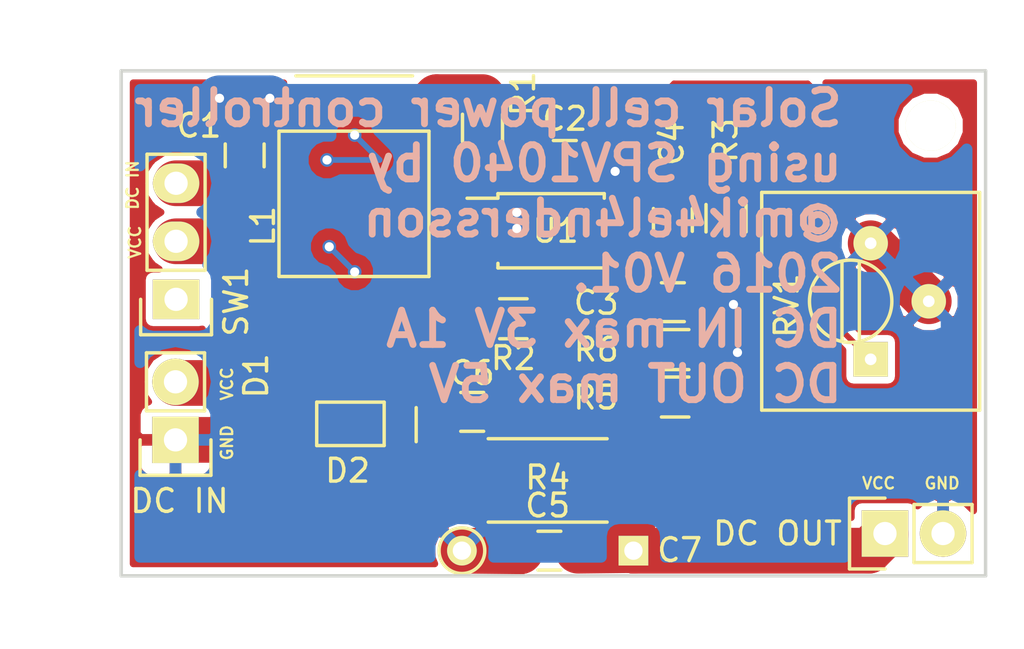
<source format=kicad_pcb>
(kicad_pcb (version 4) (host pcbnew 4.0.1-stable)

  (general
    (links 39)
    (no_connects 0)
    (area 154.7 102.8 205.032143 131.200001)
    (thickness 1.6)
    (drawings 11)
    (tracks 159)
    (zones 0)
    (modules 22)
    (nets 11)
  )

  (page A4)
  (layers
    (0 F.Cu signal)
    (31 B.Cu signal)
    (32 B.Adhes user)
    (33 F.Adhes user)
    (34 B.Paste user)
    (35 F.Paste user)
    (36 B.SilkS user)
    (37 F.SilkS user)
    (38 B.Mask user)
    (39 F.Mask user)
    (40 Dwgs.User user)
    (41 Cmts.User user)
    (42 Eco1.User user)
    (43 Eco2.User user)
    (44 Edge.Cuts user)
    (45 Margin user)
    (46 B.CrtYd user)
    (47 F.CrtYd user)
    (48 B.Fab user)
    (49 F.Fab user)
  )

  (setup
    (last_trace_width 2)
    (user_trace_width 2)
    (trace_clearance 0.2)
    (zone_clearance 0.3)
    (zone_45_only no)
    (trace_min 0.2)
    (segment_width 0.2)
    (edge_width 0.15)
    (via_size 0.6)
    (via_drill 0.4)
    (via_min_size 0.4)
    (via_min_drill 0.3)
    (uvia_size 0.3)
    (uvia_drill 0.1)
    (uvias_allowed no)
    (uvia_min_size 0.2)
    (uvia_min_drill 0.1)
    (pcb_text_width 0.3)
    (pcb_text_size 1.5 1.5)
    (mod_edge_width 0.15)
    (mod_text_size 1 1)
    (mod_text_width 0.15)
    (pad_size 3 3)
    (pad_drill 3)
    (pad_to_mask_clearance 0.0508)
    (aux_axis_origin 0 0)
    (visible_elements FFFFFF7F)
    (pcbplotparams
      (layerselection 0x010f0_80000001)
      (usegerberextensions true)
      (excludeedgelayer true)
      (linewidth 0.100000)
      (plotframeref false)
      (viasonmask false)
      (mode 1)
      (useauxorigin false)
      (hpglpennumber 1)
      (hpglpenspeed 20)
      (hpglpendiameter 15)
      (hpglpenoverlay 2)
      (psnegative false)
      (psa4output false)
      (plotreference true)
      (plotvalue true)
      (plotinvisibletext false)
      (padsonsilk false)
      (subtractmaskfromsilk false)
      (outputformat 1)
      (mirror false)
      (drillshape 0)
      (scaleselection 1)
      (outputdirectory Export/))
  )

  (net 0 "")
  (net 1 "Net-(C1-Pad1)")
  (net 2 GND)
  (net 3 "Net-(C2-Pad1)")
  (net 4 "Net-(C3-Pad1)")
  (net 5 "Net-(C4-Pad1)")
  (net 6 "Net-(C4-Pad2)")
  (net 7 "Net-(C5-Pad1)")
  (net 8 "Net-(C6-Pad1)")
  (net 9 "Net-(D1-Pad2)")
  (net 10 VCC)

  (net_class Default "This is the default net class."
    (clearance 0.2)
    (trace_width 0.25)
    (via_dia 0.6)
    (via_drill 0.4)
    (uvia_dia 0.3)
    (uvia_drill 0.1)
    (add_net GND)
    (add_net "Net-(C1-Pad1)")
    (add_net "Net-(C2-Pad1)")
    (add_net "Net-(C3-Pad1)")
    (add_net "Net-(C4-Pad1)")
    (add_net "Net-(C4-Pad2)")
    (add_net "Net-(C5-Pad1)")
    (add_net "Net-(C6-Pad1)")
    (add_net "Net-(D1-Pad2)")
    (add_net VCC)
  )

  (module Capacitors_SMD:C_0805_HandSoldering (layer F.Cu) (tedit 56EC5612) (tstamp 56EA8A5B)
    (at 165.4 109.6 90)
    (descr "Capacitor SMD 0805, hand soldering")
    (tags "capacitor 0805")
    (path /56AF1CC9)
    (attr smd)
    (fp_text reference C1 (at 1.3 -2 180) (layer F.SilkS)
      (effects (font (size 1 1) (thickness 0.15)))
    )
    (fp_text value 10uF (at 0 2.1 90) (layer F.Fab) hide
      (effects (font (size 1 1) (thickness 0.15)))
    )
    (fp_line (start -2.3 -1) (end 2.3 -1) (layer F.CrtYd) (width 0.05))
    (fp_line (start -2.3 1) (end 2.3 1) (layer F.CrtYd) (width 0.05))
    (fp_line (start -2.3 -1) (end -2.3 1) (layer F.CrtYd) (width 0.05))
    (fp_line (start 2.3 -1) (end 2.3 1) (layer F.CrtYd) (width 0.05))
    (fp_line (start 0.5 -0.85) (end -0.5 -0.85) (layer F.SilkS) (width 0.15))
    (fp_line (start -0.5 0.85) (end 0.5 0.85) (layer F.SilkS) (width 0.15))
    (pad 1 smd rect (at -1.25 0 90) (size 1.5 1.25) (layers F.Cu F.Paste F.Mask)
      (net 1 "Net-(C1-Pad1)"))
    (pad 2 smd rect (at 1.25 0 90) (size 1.5 1.25) (layers F.Cu F.Paste F.Mask)
      (net 2 GND))
    (model Capacitors_SMD.3dshapes/C_0805_HandSoldering.wrl
      (at (xyz 0 0 0))
      (scale (xyz 1 1 1))
      (rotate (xyz 0 0 0))
    )
  )

  (module Capacitors_SMD:C_0805_HandSoldering (layer F.Cu) (tedit 56EC5666) (tstamp 56EA8A61)
    (at 179.4 109.8)
    (descr "Capacitor SMD 0805, hand soldering")
    (tags "capacitor 0805")
    (path /56AF1F2C)
    (attr smd)
    (fp_text reference C2 (at 0 -1.8) (layer F.SilkS)
      (effects (font (size 1 1) (thickness 0.15)))
    )
    (fp_text value 10uF (at 0 2.1) (layer F.Fab) hide
      (effects (font (size 1 1) (thickness 0.15)))
    )
    (fp_line (start -2.3 -1) (end 2.3 -1) (layer F.CrtYd) (width 0.05))
    (fp_line (start -2.3 1) (end 2.3 1) (layer F.CrtYd) (width 0.05))
    (fp_line (start -2.3 -1) (end -2.3 1) (layer F.CrtYd) (width 0.05))
    (fp_line (start 2.3 -1) (end 2.3 1) (layer F.CrtYd) (width 0.05))
    (fp_line (start 0.5 -0.85) (end -0.5 -0.85) (layer F.SilkS) (width 0.15))
    (fp_line (start -0.5 0.85) (end 0.5 0.85) (layer F.SilkS) (width 0.15))
    (pad 1 smd rect (at -1.25 0) (size 1.5 1.25) (layers F.Cu F.Paste F.Mask)
      (net 3 "Net-(C2-Pad1)"))
    (pad 2 smd rect (at 1.25 0) (size 1.5 1.25) (layers F.Cu F.Paste F.Mask)
      (net 2 GND))
    (model Capacitors_SMD.3dshapes/C_0805_HandSoldering.wrl
      (at (xyz 0 0 0))
      (scale (xyz 1 1 1))
      (rotate (xyz 0 0 0))
    )
  )

  (module Capacitors_SMD:C_0805_HandSoldering (layer F.Cu) (tedit 56F1AD7D) (tstamp 56EA8A67)
    (at 184.125 116.025)
    (descr "Capacitor SMD 0805, hand soldering")
    (tags "capacitor 0805")
    (path /56AF2457)
    (attr smd)
    (fp_text reference C3 (at -3.35 0.025) (layer F.SilkS)
      (effects (font (size 1 1) (thickness 0.15)))
    )
    (fp_text value 1nF (at 0 2.1) (layer F.Fab) hide
      (effects (font (size 1 1) (thickness 0.15)))
    )
    (fp_line (start -2.3 -1) (end 2.3 -1) (layer F.CrtYd) (width 0.05))
    (fp_line (start -2.3 1) (end 2.3 1) (layer F.CrtYd) (width 0.05))
    (fp_line (start -2.3 -1) (end -2.3 1) (layer F.CrtYd) (width 0.05))
    (fp_line (start 2.3 -1) (end 2.3 1) (layer F.CrtYd) (width 0.05))
    (fp_line (start 0.5 -0.85) (end -0.5 -0.85) (layer F.SilkS) (width 0.15))
    (fp_line (start -0.5 0.85) (end 0.5 0.85) (layer F.SilkS) (width 0.15))
    (pad 1 smd rect (at -1.25 0) (size 1.5 1.25) (layers F.Cu F.Paste F.Mask)
      (net 4 "Net-(C3-Pad1)"))
    (pad 2 smd rect (at 1.25 0) (size 1.5 1.25) (layers F.Cu F.Paste F.Mask)
      (net 2 GND))
    (model Capacitors_SMD.3dshapes/C_0805_HandSoldering.wrl
      (at (xyz 0 0 0))
      (scale (xyz 1 1 1))
      (rotate (xyz 0 0 0))
    )
  )

  (module Capacitors_SMD:C_0805_HandSoldering (layer F.Cu) (tedit 56F19632) (tstamp 56EA8A6D)
    (at 184.125 112.425 270)
    (descr "Capacitor SMD 0805, hand soldering")
    (tags "capacitor 0805")
    (path /56AF2567)
    (attr smd)
    (fp_text reference C4 (at -3.35 0.05 270) (layer F.SilkS)
      (effects (font (size 1 1) (thickness 0.15)))
    )
    (fp_text value 1uF (at 0 2.1 270) (layer F.Fab) hide
      (effects (font (size 1 1) (thickness 0.15)))
    )
    (fp_line (start -2.3 -1) (end 2.3 -1) (layer F.CrtYd) (width 0.05))
    (fp_line (start -2.3 1) (end 2.3 1) (layer F.CrtYd) (width 0.05))
    (fp_line (start -2.3 -1) (end -2.3 1) (layer F.CrtYd) (width 0.05))
    (fp_line (start 2.3 -1) (end 2.3 1) (layer F.CrtYd) (width 0.05))
    (fp_line (start 0.5 -0.85) (end -0.5 -0.85) (layer F.SilkS) (width 0.15))
    (fp_line (start -0.5 0.85) (end 0.5 0.85) (layer F.SilkS) (width 0.15))
    (pad 1 smd rect (at -1.25 0 270) (size 1.5 1.25) (layers F.Cu F.Paste F.Mask)
      (net 5 "Net-(C4-Pad1)"))
    (pad 2 smd rect (at 1.25 0 270) (size 1.5 1.25) (layers F.Cu F.Paste F.Mask)
      (net 6 "Net-(C4-Pad2)"))
    (model Capacitors_SMD.3dshapes/C_0805_HandSoldering.wrl
      (at (xyz 0 0 0))
      (scale (xyz 1 1 1))
      (rotate (xyz 0 0 0))
    )
  )

  (module Capacitors_SMD:C_0805_HandSoldering (layer F.Cu) (tedit 56F1AA68) (tstamp 56EA8A73)
    (at 178.725 126.9 180)
    (descr "Capacitor SMD 0805, hand soldering")
    (tags "capacitor 0805")
    (path /56AF28C6)
    (attr smd)
    (fp_text reference C5 (at 0.075 1.975 180) (layer F.SilkS)
      (effects (font (size 1 1) (thickness 0.15)))
    )
    (fp_text value 10uF (at 0 2.1 180) (layer F.Fab) hide
      (effects (font (size 1 1) (thickness 0.15)))
    )
    (fp_line (start -2.3 -1) (end 2.3 -1) (layer F.CrtYd) (width 0.05))
    (fp_line (start -2.3 1) (end 2.3 1) (layer F.CrtYd) (width 0.05))
    (fp_line (start -2.3 -1) (end -2.3 1) (layer F.CrtYd) (width 0.05))
    (fp_line (start 2.3 -1) (end 2.3 1) (layer F.CrtYd) (width 0.05))
    (fp_line (start 0.5 -0.85) (end -0.5 -0.85) (layer F.SilkS) (width 0.15))
    (fp_line (start -0.5 0.85) (end 0.5 0.85) (layer F.SilkS) (width 0.15))
    (pad 1 smd rect (at -1.25 0 180) (size 1.5 1.25) (layers F.Cu F.Paste F.Mask)
      (net 7 "Net-(C5-Pad1)"))
    (pad 2 smd rect (at 1.25 0 180) (size 1.5 1.25) (layers F.Cu F.Paste F.Mask)
      (net 2 GND))
    (model Capacitors_SMD.3dshapes/C_0805_HandSoldering.wrl
      (at (xyz 0 0 0))
      (scale (xyz 1 1 1))
      (rotate (xyz 0 0 0))
    )
  )

  (module Capacitors_SMD:C_0805_HandSoldering (layer F.Cu) (tedit 56EC565D) (tstamp 56EA8A79)
    (at 175.35 120.825)
    (descr "Capacitor SMD 0805, hand soldering")
    (tags "capacitor 0805")
    (path /56B1CACD)
    (attr smd)
    (fp_text reference C6 (at 0 -1.7) (layer F.SilkS)
      (effects (font (size 1 1) (thickness 0.15)))
    )
    (fp_text value 10uF (at 0 2.1) (layer F.Fab) hide
      (effects (font (size 1 1) (thickness 0.15)))
    )
    (fp_line (start -2.3 -1) (end 2.3 -1) (layer F.CrtYd) (width 0.05))
    (fp_line (start -2.3 1) (end 2.3 1) (layer F.CrtYd) (width 0.05))
    (fp_line (start -2.3 -1) (end -2.3 1) (layer F.CrtYd) (width 0.05))
    (fp_line (start 2.3 -1) (end 2.3 1) (layer F.CrtYd) (width 0.05))
    (fp_line (start 0.5 -0.85) (end -0.5 -0.85) (layer F.SilkS) (width 0.15))
    (fp_line (start -0.5 0.85) (end 0.5 0.85) (layer F.SilkS) (width 0.15))
    (pad 1 smd rect (at -1.25 0) (size 1.5 1.25) (layers F.Cu F.Paste F.Mask)
      (net 8 "Net-(C6-Pad1)"))
    (pad 2 smd rect (at 1.25 0) (size 1.5 1.25) (layers F.Cu F.Paste F.Mask)
      (net 2 GND))
    (model Capacitors_SMD.3dshapes/C_0805_HandSoldering.wrl
      (at (xyz 0 0 0))
      (scale (xyz 1 1 1))
      (rotate (xyz 0 0 0))
    )
  )

  (module SOD-128:SOD-128 (layer F.Cu) (tedit 56F1A487) (tstamp 56EA8A85)
    (at 169.8 118.9)
    (path /56B1C5F8)
    (attr smd)
    (fp_text reference D1 (at -3.9 0.35 90) (layer F.SilkS)
      (effects (font (size 1 1) (thickness 0.15)))
    )
    (fp_text value D_Schottky (at 0.75 -0.675) (layer F.SilkS) hide
      (effects (font (size 0.2 0.2) (thickness 0.05)))
    )
    (fp_line (start -0.50038 1.39954) (end -0.50038 -1.39954) (layer F.SilkS) (width 0.001))
    (fp_line (start -0.8001 1.39954) (end -0.8001 -1.39954) (layer F.SilkS) (width 0.001))
    (fp_line (start -1.69926 1.39954) (end -1.69926 -1.39954) (layer F.SilkS) (width 0.001))
    (fp_line (start -1.39954 -1.39954) (end -1.39954 1.39954) (layer F.SilkS) (width 0.001))
    (fp_line (start -1.09982 1.39954) (end -1.09982 -1.39954) (layer F.SilkS) (width 0.001))
    (fp_line (start -1.99898 -1.39954) (end 1.99898 -1.39954) (layer F.SilkS) (width 0.001))
    (fp_line (start 1.99898 -1.39954) (end 1.99898 1.39954) (layer F.SilkS) (width 0.001))
    (fp_line (start 1.99898 1.39954) (end -1.99898 1.39954) (layer F.SilkS) (width 0.001))
    (fp_line (start -1.99898 1.39954) (end -1.99898 -1.39954) (layer F.SilkS) (width 0.001))
    (pad 2 smd rect (at -2.19964 0) (size 1.39954 2.19964) (layers F.Cu F.Paste F.Mask)
      (net 9 "Net-(D1-Pad2)"))
    (pad 1 smd rect (at 2.19964 0) (size 1.39954 2.19964) (layers F.Cu F.Paste F.Mask)
      (net 8 "Net-(C6-Pad1)"))
  )

  (module STmite_flat_DO216-AA:STmite_flat_DO216-AA (layer F.Cu) (tedit 56F1AE84) (tstamp 56EA8A90)
    (at 168.55 120.4)
    (path /56B1C821)
    (fp_text reference D2 (at 1.35 3) (layer F.SilkS)
      (effects (font (size 1 1) (thickness 0.15)))
    )
    (fp_text value TVS (at 2.37 -0.96) (layer F.Fab) hide
      (effects (font (size 1 1) (thickness 0.15)))
    )
    (fp_line (start 4.35 0.24) (end 4.35 1.73) (layer F.SilkS) (width 0.15))
    (fp_line (start 0 0) (end 0 1.9) (layer F.SilkS) (width 0.15))
    (fp_line (start 0 1.9) (end 2.95 1.9) (layer F.SilkS) (width 0.15))
    (fp_line (start 2.95 1.9) (end 2.95 0) (layer F.SilkS) (width 0.15))
    (fp_line (start 2.95 0) (end 0 0) (layer F.SilkS) (width 0.15))
    (pad 1 smd rect (at -0.45 0.95) (size 1.85 1.65) (layers F.Cu F.Paste F.Mask)
      (net 2 GND))
    (pad 2 smd rect (at 2.68 0.95) (size 3 1.95) (layers F.Cu F.Paste F.Mask)
      (net 8 "Net-(C6-Pad1)"))
  )

  (module xal6060:XAL6060 (layer F.Cu) (tedit 56EC5653) (tstamp 56EA8A9B)
    (at 166.9 114.9 90)
    (path /56AF1C32)
    (fp_text reference L1 (at 2.2 -0.7 90) (layer F.SilkS)
      (effects (font (size 1 1) (thickness 0.15)))
    )
    (fp_text value 10uH (at 3.155 -1.46 90) (layer F.Fab) hide
      (effects (font (size 1 1) (thickness 0.15)))
    )
    (fp_line (start 8.78 0.74) (end 8.78 5.84) (layer F.SilkS) (width 0.15))
    (fp_line (start 0 0) (end 6.36 0) (layer F.SilkS) (width 0.15))
    (fp_line (start 6.36 0) (end 6.36 6.56) (layer F.SilkS) (width 0.15))
    (fp_line (start 6.36 6.56) (end 0 6.56) (layer F.SilkS) (width 0.15))
    (fp_line (start 0 6.56) (end 0 0) (layer F.SilkS) (width 0.15))
    (pad 2 smd rect (at 6.19 3.31 90) (size 4 5.5) (layers F.Cu F.Paste F.Mask)
      (net 1 "Net-(C1-Pad1)"))
    (pad 1 smd rect (at 0.2 3.31 90) (size 4 5.5) (layers F.Cu F.Paste F.Mask)
      (net 9 "Net-(D1-Pad2)"))
  )

  (module Resistors_SMD:R_0805_HandSoldering (layer F.Cu) (tedit 56F1B2C7) (tstamp 56EA8AAD)
    (at 175.8 108.4 270)
    (descr "Resistor SMD 0805, hand soldering")
    (tags "resistor 0805")
    (path /56AF1DA1)
    (attr smd)
    (fp_text reference R1 (at -1.5 -1.775 270) (layer F.SilkS)
      (effects (font (size 1 1) (thickness 0.15)))
    )
    (fp_text value 1K (at 0 2.1 270) (layer F.Fab) hide
      (effects (font (size 1 1) (thickness 0.15)))
    )
    (fp_line (start -2.4 -1) (end 2.4 -1) (layer F.CrtYd) (width 0.05))
    (fp_line (start -2.4 1) (end 2.4 1) (layer F.CrtYd) (width 0.05))
    (fp_line (start -2.4 -1) (end -2.4 1) (layer F.CrtYd) (width 0.05))
    (fp_line (start 2.4 -1) (end 2.4 1) (layer F.CrtYd) (width 0.05))
    (fp_line (start 0.6 0.875) (end -0.6 0.875) (layer F.SilkS) (width 0.15))
    (fp_line (start -0.6 -0.875) (end 0.6 -0.875) (layer F.SilkS) (width 0.15))
    (pad 1 smd rect (at -1.35 0 270) (size 1.5 1.3) (layers F.Cu F.Paste F.Mask)
      (net 1 "Net-(C1-Pad1)"))
    (pad 2 smd rect (at 1.35 0 270) (size 1.5 1.3) (layers F.Cu F.Paste F.Mask)
      (net 3 "Net-(C2-Pad1)"))
    (model Resistors_SMD.3dshapes/R_0805_HandSoldering.wrl
      (at (xyz 0 0 0))
      (scale (xyz 1 1 1))
      (rotate (xyz 0 0 0))
    )
  )

  (module Resistors_SMD:R_0805_HandSoldering (layer F.Cu) (tedit 56F1AD70) (tstamp 56EA8AB3)
    (at 177.15 116.75)
    (descr "Resistor SMD 0805, hand soldering")
    (tags "resistor 0805")
    (path /56AF26CE)
    (attr smd)
    (fp_text reference R2 (at 0 1.725) (layer F.SilkS)
      (effects (font (size 1 1) (thickness 0.15)))
    )
    (fp_text value 1K (at 0 2.1) (layer F.Fab) hide
      (effects (font (size 1 1) (thickness 0.15)))
    )
    (fp_line (start -2.4 -1) (end 2.4 -1) (layer F.CrtYd) (width 0.05))
    (fp_line (start -2.4 1) (end 2.4 1) (layer F.CrtYd) (width 0.05))
    (fp_line (start -2.4 -1) (end -2.4 1) (layer F.CrtYd) (width 0.05))
    (fp_line (start 2.4 -1) (end 2.4 1) (layer F.CrtYd) (width 0.05))
    (fp_line (start 0.6 0.875) (end -0.6 0.875) (layer F.SilkS) (width 0.15))
    (fp_line (start -0.6 -0.875) (end 0.6 -0.875) (layer F.SilkS) (width 0.15))
    (pad 1 smd rect (at -1.35 0) (size 1.5 1.3) (layers F.Cu F.Paste F.Mask)
      (net 8 "Net-(C6-Pad1)"))
    (pad 2 smd rect (at 1.35 0) (size 1.5 1.3) (layers F.Cu F.Paste F.Mask)
      (net 5 "Net-(C4-Pad1)"))
    (model Resistors_SMD.3dshapes/R_0805_HandSoldering.wrl
      (at (xyz 0 0 0))
      (scale (xyz 1 1 1))
      (rotate (xyz 0 0 0))
    )
  )

  (module Resistors_SMD:R_0805_HandSoldering (layer F.Cu) (tedit 56F1AD66) (tstamp 56EA8AB9)
    (at 186.45 112.35 270)
    (descr "Resistor SMD 0805, hand soldering")
    (tags "resistor 0805")
    (path /56AF2723)
    (attr smd)
    (fp_text reference R3 (at -3.4 0.025 270) (layer F.SilkS)
      (effects (font (size 1 1) (thickness 0.15)))
    )
    (fp_text value 1K (at 0 2.1 270) (layer F.Fab) hide
      (effects (font (size 1 1) (thickness 0.15)))
    )
    (fp_line (start -2.4 -1) (end 2.4 -1) (layer F.CrtYd) (width 0.05))
    (fp_line (start -2.4 1) (end 2.4 1) (layer F.CrtYd) (width 0.05))
    (fp_line (start -2.4 -1) (end -2.4 1) (layer F.CrtYd) (width 0.05))
    (fp_line (start 2.4 -1) (end 2.4 1) (layer F.CrtYd) (width 0.05))
    (fp_line (start 0.6 0.875) (end -0.6 0.875) (layer F.SilkS) (width 0.15))
    (fp_line (start -0.6 -0.875) (end 0.6 -0.875) (layer F.SilkS) (width 0.15))
    (pad 1 smd rect (at -1.35 0 270) (size 1.5 1.3) (layers F.Cu F.Paste F.Mask)
      (net 7 "Net-(C5-Pad1)"))
    (pad 2 smd rect (at 1.35 0 270) (size 1.5 1.3) (layers F.Cu F.Paste F.Mask)
      (net 6 "Net-(C4-Pad2)"))
    (model Resistors_SMD.3dshapes/R_0805_HandSoldering.wrl
      (at (xyz 0 0 0))
      (scale (xyz 1 1 1))
      (rotate (xyz 0 0 0))
    )
  )

  (module Resistors_SMD:R_2512_HandSoldering (layer F.Cu) (tedit 56F19723) (tstamp 56EA8ABF)
    (at 178.65 123.825 180)
    (descr "Resistor SMD 2512, hand soldering")
    (tags "resistor 2512")
    (path /56AF27AF)
    (attr smd)
    (fp_text reference R4 (at 0 0.125 180) (layer F.SilkS)
      (effects (font (size 1 1) (thickness 0.15)))
    )
    (fp_text value 10m (at 0 3.1 180) (layer F.Fab) hide
      (effects (font (size 1 1) (thickness 0.15)))
    )
    (fp_line (start -5.6 -1.95) (end 5.6 -1.95) (layer F.CrtYd) (width 0.05))
    (fp_line (start -5.6 1.95) (end 5.6 1.95) (layer F.CrtYd) (width 0.05))
    (fp_line (start -5.6 -1.95) (end -5.6 1.95) (layer F.CrtYd) (width 0.05))
    (fp_line (start 5.6 -1.95) (end 5.6 1.95) (layer F.CrtYd) (width 0.05))
    (fp_line (start 2.6 1.825) (end -2.6 1.825) (layer F.SilkS) (width 0.15))
    (fp_line (start -2.6 -1.825) (end 2.6 -1.825) (layer F.SilkS) (width 0.15))
    (pad 1 smd rect (at -3.95 0 180) (size 2.7 3.2) (layers F.Cu F.Paste F.Mask)
      (net 7 "Net-(C5-Pad1)"))
    (pad 2 smd rect (at 3.95 0 180) (size 2.7 3.2) (layers F.Cu F.Paste F.Mask)
      (net 8 "Net-(C6-Pad1)"))
    (model Resistors_SMD.3dshapes/R_2512_HandSoldering.wrl
      (at (xyz 0 0 0))
      (scale (xyz 1 1 1))
      (rotate (xyz 0 0 0))
    )
  )

  (module Resistors_SMD:R_0805_HandSoldering (layer F.Cu) (tedit 56F1AD5C) (tstamp 56EA8AC5)
    (at 184.225 120.175 180)
    (descr "Resistor SMD 0805, hand soldering")
    (tags "resistor 0805")
    (path /56AF288C)
    (attr smd)
    (fp_text reference R5 (at 3.475 -0.025 360) (layer F.SilkS)
      (effects (font (size 1 1) (thickness 0.15)))
    )
    (fp_text value 1M (at 0 2.1 180) (layer F.Fab) hide
      (effects (font (size 1 1) (thickness 0.15)))
    )
    (fp_line (start -2.4 -1) (end 2.4 -1) (layer F.CrtYd) (width 0.05))
    (fp_line (start -2.4 1) (end 2.4 1) (layer F.CrtYd) (width 0.05))
    (fp_line (start -2.4 -1) (end -2.4 1) (layer F.CrtYd) (width 0.05))
    (fp_line (start 2.4 -1) (end 2.4 1) (layer F.CrtYd) (width 0.05))
    (fp_line (start 0.6 0.875) (end -0.6 0.875) (layer F.SilkS) (width 0.15))
    (fp_line (start -0.6 -0.875) (end 0.6 -0.875) (layer F.SilkS) (width 0.15))
    (pad 1 smd rect (at -1.35 0 180) (size 1.5 1.3) (layers F.Cu F.Paste F.Mask)
      (net 7 "Net-(C5-Pad1)"))
    (pad 2 smd rect (at 1.35 0 180) (size 1.5 1.3) (layers F.Cu F.Paste F.Mask)
      (net 4 "Net-(C3-Pad1)"))
    (model Resistors_SMD.3dshapes/R_0805_HandSoldering.wrl
      (at (xyz 0 0 0))
      (scale (xyz 1 1 1))
      (rotate (xyz 0 0 0))
    )
  )

  (module Resistors_SMD:R_0805_HandSoldering (layer F.Cu) (tedit 56F1AD52) (tstamp 56EA8ACB)
    (at 184.225 118.1)
    (descr "Resistor SMD 0805, hand soldering")
    (tags "resistor 0805")
    (path /56AF3979)
    (attr smd)
    (fp_text reference R6 (at -3.45 0) (layer F.SilkS)
      (effects (font (size 1 1) (thickness 0.15)))
    )
    (fp_text value 330K (at 0 2.1) (layer F.Fab) hide
      (effects (font (size 1 1) (thickness 0.15)))
    )
    (fp_line (start -2.4 -1) (end 2.4 -1) (layer F.CrtYd) (width 0.05))
    (fp_line (start -2.4 1) (end 2.4 1) (layer F.CrtYd) (width 0.05))
    (fp_line (start -2.4 -1) (end -2.4 1) (layer F.CrtYd) (width 0.05))
    (fp_line (start 2.4 -1) (end 2.4 1) (layer F.CrtYd) (width 0.05))
    (fp_line (start 0.6 0.875) (end -0.6 0.875) (layer F.SilkS) (width 0.15))
    (fp_line (start -0.6 -0.875) (end 0.6 -0.875) (layer F.SilkS) (width 0.15))
    (pad 1 smd rect (at -1.35 0) (size 1.5 1.3) (layers F.Cu F.Paste F.Mask)
      (net 4 "Net-(C3-Pad1)"))
    (pad 2 smd rect (at 1.35 0) (size 1.5 1.3) (layers F.Cu F.Paste F.Mask)
      (net 2 GND))
    (model Resistors_SMD.3dshapes/R_0805_HandSoldering.wrl
      (at (xyz 0 0 0))
      (scale (xyz 1 1 1))
      (rotate (xyz 0 0 0))
    )
  )

  (module Pin_Headers:Pin_Header_Straight_1x03 (layer F.Cu) (tedit 56F1A47C) (tstamp 56EA8AD2)
    (at 162.4 115.9 180)
    (descr "Through hole pin header")
    (tags "pin header")
    (path /56E98695)
    (fp_text reference SW1 (at -2.625 -0.1 270) (layer F.SilkS)
      (effects (font (size 1 1) (thickness 0.15)))
    )
    (fp_text value SWITCH_INV (at 0 -3.1 180) (layer F.Fab) hide
      (effects (font (size 1 1) (thickness 0.15)))
    )
    (fp_line (start -1.75 -1.75) (end -1.75 6.85) (layer F.CrtYd) (width 0.05))
    (fp_line (start 1.75 -1.75) (end 1.75 6.85) (layer F.CrtYd) (width 0.05))
    (fp_line (start -1.75 -1.75) (end 1.75 -1.75) (layer F.CrtYd) (width 0.05))
    (fp_line (start -1.75 6.85) (end 1.75 6.85) (layer F.CrtYd) (width 0.05))
    (fp_line (start -1.27 1.27) (end -1.27 6.35) (layer F.SilkS) (width 0.15))
    (fp_line (start -1.27 6.35) (end 1.27 6.35) (layer F.SilkS) (width 0.15))
    (fp_line (start 1.27 6.35) (end 1.27 1.27) (layer F.SilkS) (width 0.15))
    (fp_line (start 1.55 -1.55) (end 1.55 0) (layer F.SilkS) (width 0.15))
    (fp_line (start 1.27 1.27) (end -1.27 1.27) (layer F.SilkS) (width 0.15))
    (fp_line (start -1.55 0) (end -1.55 -1.55) (layer F.SilkS) (width 0.15))
    (fp_line (start -1.55 -1.55) (end 1.55 -1.55) (layer F.SilkS) (width 0.15))
    (pad 1 thru_hole rect (at 0 0 180) (size 2.032 1.7272) (drill 1.016) (layers *.Cu *.Mask F.SilkS))
    (pad 2 thru_hole oval (at 0 2.54 180) (size 2.032 1.7272) (drill 1.016) (layers *.Cu *.Mask F.SilkS)
      (net 10 VCC))
    (pad 3 thru_hole oval (at 0 5.08 180) (size 2.032 1.7272) (drill 1.016) (layers *.Cu *.Mask F.SilkS)
      (net 1 "Net-(C1-Pad1)"))
    (model Pin_Headers.3dshapes/Pin_Header_Straight_1x03.wrl
      (at (xyz 0 -0.1 0))
      (scale (xyz 1 1 1))
      (rotate (xyz 0 0 90))
    )
  )

  (module Housings_SSOP:TSSOP-8_4.4x3mm_Pitch0.65mm (layer F.Cu) (tedit 56EC53E1) (tstamp 56EA8ADE)
    (at 178.8 112.9)
    (descr "8-Lead Plastic Thin Shrink Small Outline (ST)-4.4 mm Body [TSSOP] (see Microchip Packaging Specification 00000049BS.pdf)")
    (tags "SSOP 0.65")
    (path /56AF1ACA)
    (attr smd)
    (fp_text reference U1 (at 0.2 0) (layer F.SilkS)
      (effects (font (size 1 1) (thickness 0.15)))
    )
    (fp_text value SPV1040 (at 0 2.55) (layer F.Fab) hide
      (effects (font (size 1 1) (thickness 0.15)))
    )
    (fp_line (start -3.95 -1.8) (end -3.95 1.8) (layer F.CrtYd) (width 0.05))
    (fp_line (start 3.95 -1.8) (end 3.95 1.8) (layer F.CrtYd) (width 0.05))
    (fp_line (start -3.95 -1.8) (end 3.95 -1.8) (layer F.CrtYd) (width 0.05))
    (fp_line (start -3.95 1.8) (end 3.95 1.8) (layer F.CrtYd) (width 0.05))
    (fp_line (start -2.325 -1.625) (end -2.325 -1.425) (layer F.SilkS) (width 0.15))
    (fp_line (start 2.325 -1.625) (end 2.325 -1.425) (layer F.SilkS) (width 0.15))
    (fp_line (start 2.325 1.625) (end 2.325 1.425) (layer F.SilkS) (width 0.15))
    (fp_line (start -2.325 1.625) (end -2.325 1.425) (layer F.SilkS) (width 0.15))
    (fp_line (start -2.325 -1.625) (end 2.325 -1.625) (layer F.SilkS) (width 0.15))
    (fp_line (start -2.325 1.625) (end 2.325 1.625) (layer F.SilkS) (width 0.15))
    (fp_line (start -2.325 -1.425) (end -3.675 -1.425) (layer F.SilkS) (width 0.15))
    (pad 1 smd rect (at -2.95 -0.975) (size 1.45 0.45) (layers F.Cu F.Paste F.Mask)
      (net 3 "Net-(C2-Pad1)"))
    (pad 2 smd rect (at -2.95 -0.325) (size 1.45 0.45) (layers F.Cu F.Paste F.Mask)
      (net 2 GND))
    (pad 3 smd rect (at -2.95 0.325) (size 1.45 0.45) (layers F.Cu F.Paste F.Mask)
      (net 9 "Net-(D1-Pad2)"))
    (pad 4 smd rect (at -2.95 0.975) (size 1.45 0.45) (layers F.Cu F.Paste F.Mask)
      (net 8 "Net-(C6-Pad1)"))
    (pad 5 smd rect (at 2.95 0.975) (size 1.45 0.45) (layers F.Cu F.Paste F.Mask)
      (net 4 "Net-(C3-Pad1)"))
    (pad 6 smd rect (at 2.95 0.325) (size 1.45 0.45) (layers F.Cu F.Paste F.Mask)
      (net 6 "Net-(C4-Pad2)"))
    (pad 7 smd rect (at 2.95 -0.325) (size 1.45 0.45) (layers F.Cu F.Paste F.Mask)
      (net 5 "Net-(C4-Pad1)"))
    (pad 8 smd rect (at 2.95 -0.975) (size 1.45 0.45) (layers F.Cu F.Paste F.Mask)
      (net 3 "Net-(C2-Pad1)"))
    (model Housings_SSOP.3dshapes/TSSOP-8_4.4x3mm_Pitch0.65mm.wrl
      (at (xyz 0 0 0))
      (scale (xyz 1 1 1))
      (rotate (xyz 0 0 0))
    )
  )

  (module Potentiometers:Potentiometer_Trimmer-Suntan-TSR-3386P (layer F.Cu) (tedit 56F1963A) (tstamp 56F17476)
    (at 192.775 118.525 90)
    (path /56F1744E)
    (fp_text reference RV1 (at 2.35 -3.675 90) (layer F.SilkS)
      (effects (font (size 1 1) (thickness 0.15)))
    )
    (fp_text value POT (at 2.54 6.096 90) (layer F.Fab) hide
      (effects (font (size 1 1) (thickness 0.15)))
    )
    (fp_line (start 0.84 -1.255) (end 4.24 -1.255) (layer F.SilkS) (width 0.15))
    (fp_line (start 0.84 -0.495) (end 4.24 -0.495) (layer F.SilkS) (width 0.15))
    (fp_line (start -2.225 -4.765) (end 7.305 -4.765) (layer F.SilkS) (width 0.15))
    (fp_line (start 7.305 -4.765) (end 7.305 4.765) (layer F.SilkS) (width 0.15))
    (fp_line (start 7.305 4.765) (end -2.225 4.765) (layer F.SilkS) (width 0.15))
    (fp_line (start -2.225 4.765) (end -2.225 -4.765) (layer F.SilkS) (width 0.15))
    (fp_circle (center 2.54 -0.875) (end 4.115 0) (layer F.SilkS) (width 0.15))
    (pad 3 thru_hole circle (at 5.08 0 90) (size 1.51 1.51) (drill 0.51) (layers *.Cu *.Mask F.SilkS)
      (net 2 GND))
    (pad 1 thru_hole rect (at 0 0 90) (size 1.51 1.51) (drill 0.51) (layers *.Cu *.Mask F.SilkS)
      (net 1 "Net-(C1-Pad1)"))
    (pad 2 thru_hole circle (at 2.54 2.54 90) (size 1.51 1.51) (drill 0.51) (layers *.Cu *.Mask F.SilkS)
      (net 2 GND))
  )

  (module 4700uF_16mm:C_Radial_D16_L25_P7.5 (layer F.Cu) (tedit 56F1AB2C) (tstamp 56F1AC02)
    (at 182.4 126.9 180)
    (descr "Radial Electrolytic Capacitor Diameter 16mm x Length 25mm, Pitch 7.5mm")
    (tags "Electrolytic Capacitor")
    (path /56EA638F)
    (fp_text reference C7 (at -2.025 0.025 180) (layer F.SilkS)
      (effects (font (size 1 1) (thickness 0.15)))
    )
    (fp_text value 4700uF (at 3.58 -0.01 180) (layer F.Fab) hide
      (effects (font (size 1 1) (thickness 0.15)))
    )
    (fp_circle (center 7.5 0) (end 7.5 -1) (layer F.SilkS) (width 0.15))
    (pad 1 thru_hole rect (at 0 0 180) (size 1.3 1.3) (drill 0.8) (layers *.Cu *.Mask F.SilkS)
      (net 7 "Net-(C5-Pad1)"))
    (pad 2 thru_hole circle (at 7.5 0 180) (size 1.3 1.3) (drill 0.8) (layers *.Cu *.Mask F.SilkS)
      (net 2 GND))
    (model Capacitors_ThroughHole.3dshapes/C_Radial_D16_L25_P7.5.wrl
      (at (xyz 0.147638 0 0))
      (scale (xyz 1 1 1))
      (rotate (xyz 0 0 90))
    )
  )

  (module Pin_Headers:Pin_Header_Straight_1x02 (layer F.Cu) (tedit 56F1AB77) (tstamp 56F1AD57)
    (at 162.375 122.05 180)
    (descr "Through hole pin header")
    (tags "pin header")
    (path /56AF1B0A)
    (fp_text reference "DC IN" (at -0.175 -2.675 180) (layer F.SilkS)
      (effects (font (size 1 1) (thickness 0.15)))
    )
    (fp_text value "DC IN" (at 0 -3.1 180) (layer F.Fab) hide
      (effects (font (size 1 1) (thickness 0.15)))
    )
    (fp_line (start 1.27 1.27) (end 1.27 3.81) (layer F.SilkS) (width 0.15))
    (fp_line (start 1.55 -1.55) (end 1.55 0) (layer F.SilkS) (width 0.15))
    (fp_line (start -1.75 -1.75) (end -1.75 4.3) (layer F.CrtYd) (width 0.05))
    (fp_line (start 1.75 -1.75) (end 1.75 4.3) (layer F.CrtYd) (width 0.05))
    (fp_line (start -1.75 -1.75) (end 1.75 -1.75) (layer F.CrtYd) (width 0.05))
    (fp_line (start -1.75 4.3) (end 1.75 4.3) (layer F.CrtYd) (width 0.05))
    (fp_line (start 1.27 1.27) (end -1.27 1.27) (layer F.SilkS) (width 0.15))
    (fp_line (start -1.55 0) (end -1.55 -1.55) (layer F.SilkS) (width 0.15))
    (fp_line (start -1.55 -1.55) (end 1.55 -1.55) (layer F.SilkS) (width 0.15))
    (fp_line (start -1.27 1.27) (end -1.27 3.81) (layer F.SilkS) (width 0.15))
    (fp_line (start -1.27 3.81) (end 1.27 3.81) (layer F.SilkS) (width 0.15))
    (pad 1 thru_hole rect (at 0 0 180) (size 2.032 2.032) (drill 1.016) (layers *.Cu *.Mask F.SilkS)
      (net 2 GND))
    (pad 2 thru_hole oval (at 0 2.54 180) (size 2.032 2.032) (drill 1.016) (layers *.Cu *.Mask F.SilkS)
      (net 10 VCC))
    (model Pin_Headers.3dshapes/Pin_Header_Straight_1x02.wrl
      (at (xyz 0 -0.05 0))
      (scale (xyz 1 1 1))
      (rotate (xyz 0 0 90))
    )
  )

  (module Pin_Headers:Pin_Header_Straight_1x02 (layer F.Cu) (tedit 56F1AB5B) (tstamp 56F1AD68)
    (at 193.4 126.15 90)
    (descr "Through hole pin header")
    (tags "pin header")
    (path /56AF2F7A)
    (fp_text reference "DC OUT" (at 0 -4.7 180) (layer F.SilkS)
      (effects (font (size 1 1) (thickness 0.15)))
    )
    (fp_text value "DC OUT" (at 0 -3.1 90) (layer F.Fab) hide
      (effects (font (size 1 1) (thickness 0.15)))
    )
    (fp_line (start 1.27 1.27) (end 1.27 3.81) (layer F.SilkS) (width 0.15))
    (fp_line (start 1.55 -1.55) (end 1.55 0) (layer F.SilkS) (width 0.15))
    (fp_line (start -1.75 -1.75) (end -1.75 4.3) (layer F.CrtYd) (width 0.05))
    (fp_line (start 1.75 -1.75) (end 1.75 4.3) (layer F.CrtYd) (width 0.05))
    (fp_line (start -1.75 -1.75) (end 1.75 -1.75) (layer F.CrtYd) (width 0.05))
    (fp_line (start -1.75 4.3) (end 1.75 4.3) (layer F.CrtYd) (width 0.05))
    (fp_line (start 1.27 1.27) (end -1.27 1.27) (layer F.SilkS) (width 0.15))
    (fp_line (start -1.55 0) (end -1.55 -1.55) (layer F.SilkS) (width 0.15))
    (fp_line (start -1.55 -1.55) (end 1.55 -1.55) (layer F.SilkS) (width 0.15))
    (fp_line (start -1.27 1.27) (end -1.27 3.81) (layer F.SilkS) (width 0.15))
    (fp_line (start -1.27 3.81) (end 1.27 3.81) (layer F.SilkS) (width 0.15))
    (pad 1 thru_hole rect (at 0 0 90) (size 2.032 2.032) (drill 1.016) (layers *.Cu *.Mask F.SilkS)
      (net 7 "Net-(C5-Pad1)"))
    (pad 2 thru_hole oval (at 0 2.54 90) (size 2.032 2.032) (drill 1.016) (layers *.Cu *.Mask F.SilkS)
      (net 2 GND))
    (model Pin_Headers.3dshapes/Pin_Header_Straight_1x02.wrl
      (at (xyz 0 -0.05 0))
      (scale (xyz 1 1 1))
      (rotate (xyz 0 0 90))
    )
  )

  (module Mounting_Holes:MountingHole_2.2mm_M2 (layer F.Cu) (tedit 56F1B1AF) (tstamp 56F1B1A7)
    (at 195.4 108.3)
    (descr "Mounting Hole 2.2mm, no annular, M2")
    (tags "mounting hole 2.2mm no annular m2")
    (fp_text reference REF** (at 0 -3.2) (layer F.SilkS) hide
      (effects (font (size 1 1) (thickness 0.15)))
    )
    (fp_text value MountingHole_2.2mm_M2 (at 0 3.2) (layer F.Fab) hide
      (effects (font (size 1 1) (thickness 0.15)))
    )
    (fp_circle (center 0 0) (end 2.2 0) (layer Cmts.User) (width 0.15))
    (fp_circle (center 0 0) (end 2.45 0) (layer F.CrtYd) (width 0.05))
    (pad 1 np_thru_hole circle (at 0 0) (size 2.2 2.2) (drill 2.2) (layers *.Cu *.Mask F.SilkS))
  )

  (gr_text GND (at 195.9 123.95) (layer F.SilkS)
    (effects (font (size 0.5 0.5) (thickness 0.1)))
  )
  (gr_text VCC (at 193.125 123.95) (layer F.SilkS)
    (effects (font (size 0.5 0.5) (thickness 0.1)))
  )
  (gr_text "Solar cell power controller \nusing SPV1040 by \n@mik4el4ndersson \n2016 V01.\nDC IN max 3V 1A\nDC OUT max 5V" (at 191.675 113.575) (layer B.SilkS)
    (effects (font (size 1.5 1.5) (thickness 0.3)) (justify left mirror))
  )
  (gr_text GND (at 164.625 122.175 90) (layer F.SilkS)
    (effects (font (size 0.5 0.5) (thickness 0.1)))
  )
  (gr_text VCC (at 164.625 119.6 90) (layer F.SilkS)
    (effects (font (size 0.5 0.5) (thickness 0.1)))
  )
  (gr_text "DC IN" (at 160.5 110.9 90) (layer F.SilkS)
    (effects (font (size 0.5 0.5) (thickness 0.1)))
  )
  (gr_text VCC (at 160.6 113.4 90) (layer F.SilkS)
    (effects (font (size 0.5 0.5) (thickness 0.1)))
  )
  (gr_line (start 197.8 105.9) (end 160 105.9) (angle 90) (layer Edge.Cuts) (width 0.15))
  (gr_line (start 197.8 128) (end 197.8 105.9) (angle 90) (layer Edge.Cuts) (width 0.15))
  (gr_line (start 160 128) (end 197.8 128) (angle 90) (layer Edge.Cuts) (width 0.15))
  (gr_line (start 160 105.9) (end 160 128) (angle 90) (layer Edge.Cuts) (width 0.15))

  (segment (start 170.21 108.71) (end 172.14 108.71) (width 2) (layer F.Cu) (net 1))
  (segment (start 172.14 108.71) (end 173.8 107.05) (width 2) (layer F.Cu) (net 1) (tstamp 56F1A526))
  (segment (start 173.8 107.05) (end 175.8 107.05) (width 2) (layer F.Cu) (net 1) (tstamp 56F1A529))
  (segment (start 175.8 107.05) (end 183.575 107.05) (width 0.25) (layer F.Cu) (net 1))
  (segment (start 191.15 116.9) (end 192.775 118.525) (width 0.25) (layer F.Cu) (net 1) (tstamp 56F19E63))
  (segment (start 191.15 107.575) (end 191.15 116.9) (width 0.25) (layer F.Cu) (net 1) (tstamp 56F19E61))
  (segment (start 190.025 106.45) (end 191.15 107.575) (width 0.25) (layer F.Cu) (net 1) (tstamp 56F19E5F))
  (segment (start 184.175 106.45) (end 190.025 106.45) (width 0.25) (layer F.Cu) (net 1) (tstamp 56F19E5E))
  (segment (start 183.575 107.05) (end 184.175 106.45) (width 0.25) (layer F.Cu) (net 1) (tstamp 56F19E5D))
  (segment (start 170.09 108.71) (end 169 109.8) (width 0.25) (layer F.Cu) (net 1) (tstamp 56EC4DFA))
  (via (at 169 109.8) (size 0.6) (drill 0.4) (layers F.Cu B.Cu) (net 1))
  (segment (start 171.3 109.8) (end 169 109.8) (width 0.25) (layer B.Cu) (net 1) (tstamp 56EC4DF2))
  (segment (start 171.3 109.8) (end 170.21 108.71) (width 0.25) (layer B.Cu) (net 1) (tstamp 56EC4DF1))
  (via (at 170.21 108.71) (size 0.6) (drill 0.4) (layers F.Cu B.Cu) (net 1))
  (segment (start 165.4 110.85) (end 168.07 110.85) (width 2) (layer F.Cu) (net 1))
  (segment (start 168.07 110.85) (end 170.21 108.71) (width 2) (layer F.Cu) (net 1) (tstamp 56EBD9D5))
  (segment (start 162.4 110.82) (end 165.37 110.82) (width 2) (layer F.Cu) (net 1))
  (segment (start 165.37 110.82) (end 165.4 110.85) (width 2) (layer F.Cu) (net 1) (tstamp 56EBD9D2))
  (segment (start 168.1 121.35) (end 165.95 121.35) (width 2) (layer F.Cu) (net 2))
  (segment (start 165.25 122.05) (end 162.375 122.05) (width 2) (layer F.Cu) (net 2) (tstamp 56F1B356))
  (segment (start 165.95 121.35) (end 165.25 122.05) (width 2) (layer F.Cu) (net 2) (tstamp 56F1B353))
  (segment (start 192.775 113.445) (end 195.315 115.985) (width 2) (layer F.Cu) (net 2))
  (segment (start 176.6 120.825) (end 177.725 120.825) (width 2) (layer F.Cu) (net 2))
  (segment (start 177.45 121.1) (end 177.45 126.925) (width 2) (layer F.Cu) (net 2) (tstamp 56F1A3A9))
  (segment (start 177.725 120.825) (end 177.45 121.1) (width 2) (layer F.Cu) (net 2) (tstamp 56F1A3A8))
  (segment (start 177.45 126.925) (end 177.475 126.9) (width 2) (layer F.Cu) (net 2) (tstamp 56F1A3AC))
  (segment (start 195.965 126.175) (end 195.965 116.635) (width 0.25) (layer B.Cu) (net 2))
  (segment (start 195.965 116.635) (end 195.315 115.985) (width 0.25) (layer B.Cu) (net 2) (tstamp 56F1A308))
  (segment (start 185.375 116.025) (end 186.675 116.025) (width 0.25) (layer F.Cu) (net 2))
  (segment (start 186.825 118.1) (end 185.575 118.1) (width 0.25) (layer F.Cu) (net 2) (tstamp 56F1A2EF))
  (segment (start 186.95 118.225) (end 186.825 118.1) (width 0.25) (layer F.Cu) (net 2) (tstamp 56F1A2EE))
  (via (at 186.95 118.225) (size 0.6) (drill 0.4) (layers F.Cu B.Cu) (net 2))
  (segment (start 186.95 116.3) (end 186.95 118.225) (width 0.25) (layer B.Cu) (net 2) (tstamp 56F1A2EC))
  (segment (start 186.775 116.125) (end 186.95 116.3) (width 0.25) (layer B.Cu) (net 2) (tstamp 56F1A2EB))
  (via (at 186.775 116.125) (size 0.6) (drill 0.4) (layers F.Cu B.Cu) (net 2))
  (segment (start 186.675 116.025) (end 186.775 116.125) (width 0.25) (layer F.Cu) (net 2) (tstamp 56F1A2E6))
  (segment (start 185.575 118.1) (end 185.575 116.225) (width 0.25) (layer F.Cu) (net 2))
  (segment (start 185.575 116.225) (end 185.375 116.025) (width 0.25) (layer F.Cu) (net 2) (tstamp 56F1A2E2))
  (segment (start 174.9 126.9) (end 177.45 126.925) (width 2) (layer F.Cu) (net 2) (status 20))
  (segment (start 177.45 126.925) (end 177.475 126.9) (width 2) (layer F.Cu) (net 2) (tstamp 56F19B14) (status 30))
  (segment (start 174.925 126.875) (end 174.9 126.9) (width 0.25) (layer F.Cu) (net 2) (tstamp 56F19A78) (status 30))
  (segment (start 178.1 113.9) (end 178.1 113.8) (width 0.25) (layer B.Cu) (net 2))
  (segment (start 178.1 113.8) (end 181.6 110.3) (width 0.25) (layer B.Cu) (net 2) (tstamp 56EBDC9B))
  (via (at 181.6 110.3) (size 0.6) (drill 0.4) (layers F.Cu B.Cu) (net 2))
  (segment (start 177.3 112.8) (end 177.3 112.1) (width 0.25) (layer B.Cu) (net 2))
  (via (at 177.3 112.1) (size 0.6) (drill 0.4) (layers F.Cu B.Cu) (net 2))
  (segment (start 177.3 112.1) (end 177.3 112.8) (width 0.25) (layer F.Cu) (net 2))
  (segment (start 177.3 112.1) (end 176.625 112.575) (width 0.25) (layer F.Cu) (net 2) (tstamp 56EBDC62))
  (via (at 177.3 112.8) (size 0.6) (drill 0.4) (layers F.Cu B.Cu) (net 2))
  (segment (start 178.1 113.9) (end 177.3 112.8) (width 0.25) (layer B.Cu) (net 2) (tstamp 56EBDC54))
  (segment (start 176.8 112.6) (end 176.7 112.6) (width 0.25) (layer F.Cu) (net 2) (tstamp 56EBDC4F))
  (segment (start 177.3 112.8) (end 176.8 112.6) (width 0.25) (layer F.Cu) (net 2) (tstamp 56EBDC4E))
  (segment (start 180.65 109.8) (end 181.1 109.8) (width 0.25) (layer F.Cu) (net 2))
  (segment (start 181.6 110.3) (end 181.1 109.8) (width 0.25) (layer F.Cu) (net 2) (tstamp 56EBDC93))
  (segment (start 175.85 112.575) (end 176.625 112.575) (width 0.25) (layer F.Cu) (net 2))
  (segment (start 176.6 120.825) (end 177.05 120.825) (width 0.25) (layer F.Cu) (net 2) (status 30))
  (segment (start 177.15 120.825) (end 176.6 120.825) (width 0.25) (layer F.Cu) (net 2) (tstamp 56EBDC26) (status 30))
  (segment (start 164.8 107.5) (end 164.8 107.6) (width 0.25) (layer F.Cu) (net 2) (tstamp 56EBDC0A))
  (segment (start 165.4 108.35) (end 165.4 108.2) (width 0.25) (layer F.Cu) (net 2))
  (segment (start 164.3 107.1) (end 164.8 107.6) (width 0.25) (layer F.Cu) (net 2) (tstamp 56EBDBDA))
  (segment (start 164.8 107.6) (end 165.4 108.2) (width 0.25) (layer F.Cu) (net 2) (tstamp 56EBDC0B))
  (segment (start 165.4 108.2) (end 166.5 107.1) (width 0.25) (layer F.Cu) (net 2) (tstamp 56EBDBD3))
  (via (at 166.5 107.1) (size 0.6) (drill 0.4) (layers F.Cu B.Cu) (net 2))
  (segment (start 166.3 107.3) (end 166.1 107.5) (width 0.25) (layer F.Cu) (net 2) (tstamp 56EBDC06))
  (segment (start 164.5 107.3) (end 166.3 107.3) (width 0.25) (layer F.Cu) (net 2) (tstamp 56EBDC05))
  (via (at 164.3 107.1) (size 0.6) (drill 0.4) (layers F.Cu B.Cu) (net 2))
  (segment (start 164.3 107.1) (end 164.5 107.3) (width 0.25) (layer F.Cu) (net 2) (tstamp 56EBDC04))
  (segment (start 166.1 107.5) (end 164.7 107.5) (width 0.25) (layer F.Cu) (net 2) (tstamp 56EBDC07))
  (segment (start 164.7 107.5) (end 164.8 107.5) (width 0.25) (layer F.Cu) (net 2) (tstamp 56EBDC08))
  (segment (start 166.5 107.1) (end 164.3 107.1) (width 2) (layer B.Cu) (net 2))
  (segment (start 166.5 107.1) (end 166.4 107.2) (width 2) (layer B.Cu) (net 2) (tstamp 56EC5B12))
  (segment (start 166.4 107.2) (end 166.4 114.3) (width 2) (layer B.Cu) (net 2) (tstamp 56EC5B13))
  (segment (start 166.5 107.1) (end 164.3 107.1) (width 0.25) (layer B.Cu) (net 2) (tstamp 56EBDC0F))
  (segment (start 175.8 109.75) (end 178.1 109.75) (width 2) (layer F.Cu) (net 3))
  (segment (start 178.1 109.75) (end 178.15 109.8) (width 2) (layer F.Cu) (net 3) (tstamp 56F1A55D))
  (segment (start 178.1 109.75) (end 178.15 109.8) (width 0.25) (layer F.Cu) (net 3) (tstamp 56F19A3E))
  (segment (start 175.8 109.75) (end 175.8 111.875) (width 0.25) (layer F.Cu) (net 3))
  (segment (start 175.8 111.875) (end 175.85 111.925) (width 0.25) (layer F.Cu) (net 3) (tstamp 56F19A3B))
  (segment (start 178.15 109.8) (end 178.15 110.95) (width 0.25) (layer F.Cu) (net 3))
  (segment (start 179.125 111.925) (end 181.75 111.925) (width 0.25) (layer F.Cu) (net 3) (tstamp 56EBDA2C))
  (segment (start 178.15 110.95) (end 179.125 111.925) (width 0.25) (layer F.Cu) (net 3) (tstamp 56EBDA2B))
  (segment (start 178.1 109.75) (end 178.15 109.8) (width 0.25) (layer F.Cu) (net 3) (tstamp 56EBDA28))
  (segment (start 175.8 111.875) (end 175.85 111.925) (width 0.25) (layer F.Cu) (net 3) (tstamp 56EBDA25))
  (segment (start 182.875 116.025) (end 182.875 115) (width 0.25) (layer F.Cu) (net 4))
  (segment (start 182.875 115) (end 181.75 113.875) (width 0.25) (layer F.Cu) (net 4) (tstamp 56F1A284))
  (segment (start 182.875 118.1) (end 182.875 116.025) (width 2) (layer F.Cu) (net 4))
  (segment (start 182.875 120.175) (end 182.925 118.15) (width 2) (layer F.Cu) (net 4) (status 10))
  (segment (start 182.925 118.15) (end 182.875 118.1) (width 2) (layer F.Cu) (net 4) (tstamp 56F1A278))
  (segment (start 181.75 113.875) (end 182.325 113.875) (width 0.25) (layer F.Cu) (net 4))
  (segment (start 181.75 112.575) (end 180.75 112.575) (width 0.25) (layer F.Cu) (net 5))
  (segment (start 178.5 114.825) (end 178.5 116.75) (width 0.25) (layer F.Cu) (net 5) (tstamp 56F1A2A3))
  (segment (start 180.75 112.575) (end 178.5 114.825) (width 0.25) (layer F.Cu) (net 5) (tstamp 56F1A29F))
  (segment (start 181.75 112.575) (end 182.725 112.575) (width 0.25) (layer F.Cu) (net 5))
  (segment (start 182.725 112.575) (end 184.125 111.175) (width 0.25) (layer F.Cu) (net 5) (tstamp 56F1A299))
  (segment (start 181.75 113.225) (end 183.675 113.225) (width 0.25) (layer F.Cu) (net 6))
  (segment (start 183.675 113.225) (end 184.125 113.675) (width 0.25) (layer F.Cu) (net 6) (tstamp 56F1A28A))
  (segment (start 186.3 113.725) (end 184.175 113.725) (width 2) (layer F.Cu) (net 6))
  (segment (start 184.175 113.725) (end 184.125 113.675) (width 2) (layer F.Cu) (net 6) (tstamp 56F1A26E))
  (segment (start 189 113.725) (end 189 111.075) (width 2) (layer F.Cu) (net 7))
  (segment (start 188.075 120.175) (end 189 119.25) (width 2) (layer F.Cu) (net 7) (tstamp 56F1A260))
  (segment (start 189 119.25) (end 189 113.725) (width 2) (layer F.Cu) (net 7) (tstamp 56F1A266))
  (segment (start 185.575 120.175) (end 188.075 120.175) (width 2) (layer F.Cu) (net 7) (status 10))
  (segment (start 188.925 111) (end 186.45 111) (width 2) (layer F.Cu) (net 7) (tstamp 56F1A396))
  (segment (start 189 111.075) (end 188.925 111) (width 2) (layer F.Cu) (net 7) (tstamp 56F1A395))
  (segment (start 182.6 123.825) (end 185.175 123.825) (width 2) (layer F.Cu) (net 7))
  (segment (start 185.625 123.375) (end 185.575 120.175) (width 2) (layer F.Cu) (net 7) (tstamp 56F1A25D) (status 20))
  (segment (start 185.175 123.825) (end 185.625 123.375) (width 2) (layer F.Cu) (net 7) (tstamp 56F1A257))
  (segment (start 182.4 126.9) (end 192.7 126.9) (width 2) (layer F.Cu) (net 7))
  (segment (start 192.7 126.9) (end 193.425 126.175) (width 2) (layer F.Cu) (net 7) (tstamp 56F1A251))
  (segment (start 182.4 126.9) (end 182.25 124.1) (width 2) (layer F.Cu) (net 7) (status 20))
  (segment (start 182.25 124.1) (end 182.575 123.775) (width 2) (layer F.Cu) (net 7) (tstamp 56F19B1A) (status 30))
  (segment (start 179.975 126.9) (end 182.375 126.875) (width 2) (layer F.Cu) (net 7) (status 10))
  (segment (start 182.375 126.875) (end 182.4 126.9) (width 2) (layer F.Cu) (net 7) (tstamp 56F19B17) (status 30))
  (segment (start 174.675 123.775) (end 172.5 121.9) (width 2) (layer F.Cu) (net 8) (status 20))
  (segment (start 172.5 121.9) (end 172.15 121.55) (width 2) (layer F.Cu) (net 8) (tstamp 56EBDA00) (status 30))
  (segment (start 172.5 121.9) (end 172.15 121.55) (width 0.25) (layer F.Cu) (net 8) (tstamp 56EBD9FA) (status 30))
  (segment (start 171.99964 118.9) (end 172.29964 121.40036) (width 2) (layer F.Cu) (net 8) (status 20))
  (segment (start 172.29964 121.40036) (end 172.15 121.55) (width 2) (layer F.Cu) (net 8) (tstamp 56EBD9DB) (status 30))
  (segment (start 174.675 123.775) (end 175.125 123.775) (width 0.25) (layer F.Cu) (net 8) (status 30))
  (segment (start 174.1 120.825) (end 174.35 117.95) (width 2) (layer F.Cu) (net 8) (status 10))
  (segment (start 174.35 117.95) (end 175.8 116.5) (width 2) (layer F.Cu) (net 8) (tstamp 56EBDA07))
  (segment (start 175.8 116.5) (end 175.8 114.9) (width 2) (layer F.Cu) (net 8) (tstamp 56EBDA08))
  (segment (start 175.8 114.9) (end 175.85 114.9) (width 2) (layer F.Cu) (net 8) (tstamp 56EBDA0A))
  (segment (start 174.675 123.775) (end 174.675 123.42536) (width 2) (layer F.Cu) (net 8) (status 30))
  (segment (start 174.675 123.42536) (end 172.09964 118.8) (width 2) (layer F.Cu) (net 8) (tstamp 56EBDA03) (status 10))
  (segment (start 172.09964 118.8) (end 171.99964 118.9) (width 2) (layer F.Cu) (net 8) (tstamp 56EBDA05))
  (segment (start 174.1 120.825) (end 172.09964 118.8) (width 2) (layer F.Cu) (net 8) (status 10))
  (segment (start 172.09964 118.8) (end 171.99964 118.9) (width 2) (layer F.Cu) (net 8) (tstamp 56EBD9FD))
  (segment (start 172.09964 118.8) (end 171.99964 118.9) (width 0.25) (layer F.Cu) (net 8) (tstamp 56EBD9F7))
  (segment (start 175.85 113.875) (end 175.85 114.9) (width 0.25) (layer F.Cu) (net 8))
  (segment (start 170.2 114.7) (end 169.1 113.6) (width 0.25) (layer F.Cu) (net 9) (tstamp 56EC4DBE))
  (via (at 169.1 113.6) (size 0.6) (drill 0.4) (layers F.Cu B.Cu) (net 9))
  (segment (start 169.11 113.6) (end 169.1 113.6) (width 0.25) (layer B.Cu) (net 9) (tstamp 56EC4DB7))
  (segment (start 169.11 113.6) (end 170.21 114.7) (width 0.25) (layer B.Cu) (net 9) (tstamp 56EC4DB6))
  (via (at 170.21 114.7) (size 0.6) (drill 0.4) (layers F.Cu B.Cu) (net 9))
  (segment (start 175.85 113.225) (end 174.975 113.225) (width 0.25) (layer F.Cu) (net 9))
  (segment (start 174.8 113.4) (end 173.3 113.4) (width 0.25) (layer F.Cu) (net 9) (tstamp 56EBDB65))
  (segment (start 174.975 113.225) (end 174.8 113.4) (width 0.25) (layer F.Cu) (net 9) (tstamp 56EBDB64))
  (segment (start 174.8 113) (end 174.5 113) (width 0.25) (layer F.Cu) (net 9))
  (segment (start 174.725 113.225) (end 174.5 113) (width 0.25) (layer F.Cu) (net 9) (tstamp 56EBDA12))
  (segment (start 175.85 113.225) (end 174.725 113.225) (width 0.25) (layer F.Cu) (net 9))
  (segment (start 175.025 113.225) (end 174.8 113) (width 0.25) (layer F.Cu) (net 9) (tstamp 56EBDB5F))
  (segment (start 175.85 113.225) (end 175.025 113.225) (width 0.25) (layer F.Cu) (net 9))
  (segment (start 174.6 113.3) (end 174.675 113.225) (width 0.25) (layer F.Cu) (net 9))
  (segment (start 174.6 113.3) (end 174.5 113.4) (width 0.25) (layer F.Cu) (net 9) (tstamp 56EBDA1D))
  (segment (start 175.85 113.225) (end 174.675 113.225) (width 0.25) (layer F.Cu) (net 9))
  (segment (start 170.21 114.7) (end 172 114.7) (width 2) (layer F.Cu) (net 9))
  (segment (start 172 114.7) (end 173.3 113.4) (width 2) (layer F.Cu) (net 9) (tstamp 56EBDA0D))
  (segment (start 173.3 113.4) (end 173.475 113.225) (width 2) (layer F.Cu) (net 9) (tstamp 56EBDB68))
  (segment (start 175.85 113.225) (end 173.475 113.225) (width 0.25) (layer F.Cu) (net 9))
  (segment (start 173.475 113.225) (end 171.685 113.225) (width 0.25) (layer F.Cu) (net 9) (tstamp 56EBDA10))
  (segment (start 171.685 113.225) (end 170.21 114.7) (width 0.25) (layer F.Cu) (net 9) (tstamp 56EBD9EF))
  (segment (start 170.21 114.7) (end 170.21 116.29036) (width 2) (layer F.Cu) (net 9))
  (segment (start 170.21 116.29036) (end 167.60036 118.9) (width 2) (layer F.Cu) (net 9) (tstamp 56EBD9D8))
  (segment (start 162.4 119.56) (end 164.24 119.56) (width 2) (layer F.Cu) (net 10))
  (segment (start 164.26 113.36) (end 162.4 113.36) (width 2) (layer F.Cu) (net 10) (tstamp 56EBDB9B))
  (segment (start 165 114.1) (end 164.26 113.36) (width 2) (layer F.Cu) (net 10) (tstamp 56EBDB9A))
  (segment (start 165 118.8) (end 165 114.1) (width 2) (layer F.Cu) (net 10) (tstamp 56EBDB99))
  (segment (start 164.24 119.56) (end 165 118.8) (width 2) (layer F.Cu) (net 10) (tstamp 56EBDB98))

  (zone (net 2) (net_name GND) (layer F.Cu) (tstamp 56EC5C5C) (hatch edge 0.508)
    (connect_pads (clearance 0.3))
    (min_thickness 0.3)
    (fill yes (arc_segments 16) (thermal_gap 0.508) (thermal_bridge_width 0.508))
    (polygon
      (pts
        (xy 198.3 105.3) (xy 198.3 128.7) (xy 158.9 128.7) (xy 159.3 105.1)
      )
    )
    (filled_polygon
      (pts
        (xy 167.037332 106.531495) (xy 167.001184 106.71) (xy 167.001184 109.4) (xy 166.61295 109.4) (xy 166.683 109.230884)
        (xy 166.683 108.6185) (xy 166.5185 108.454) (xy 165.504 108.454) (xy 165.504 108.474) (xy 165.296 108.474)
        (xy 165.296 108.454) (xy 164.2815 108.454) (xy 164.117 108.6185) (xy 164.117 109.230884) (xy 164.174623 109.37)
        (xy 162.4 109.37) (xy 161.845109 109.480375) (xy 161.374695 109.794695) (xy 161.326562 109.866731) (xy 161.290024 109.891145)
        (xy 161.005271 110.317307) (xy 160.905279 110.82) (xy 161.005271 111.322693) (xy 161.290024 111.748855) (xy 161.326562 111.773269)
        (xy 161.374695 111.845305) (xy 161.740908 112.09) (xy 161.374695 112.334695) (xy 161.326562 112.406731) (xy 161.290024 112.431145)
        (xy 161.005271 112.857307) (xy 160.905279 113.36) (xy 161.005271 113.862693) (xy 161.290024 114.288855) (xy 161.326562 114.313269)
        (xy 161.374695 114.385305) (xy 161.662461 114.577584) (xy 161.384 114.577584) (xy 161.21724 114.608962) (xy 161.064081 114.707517)
        (xy 160.961332 114.857895) (xy 160.925184 115.0364) (xy 160.925184 116.7636) (xy 160.956562 116.93036) (xy 161.055117 117.083519)
        (xy 161.205495 117.186268) (xy 161.384 117.222416) (xy 163.416 117.222416) (xy 163.55 117.197202) (xy 163.55 118.11)
        (xy 162.735524 118.11) (xy 162.403721 118.044) (xy 162.346279 118.044) (xy 161.785265 118.155593) (xy 161.30966 118.473381)
        (xy 160.991872 118.948986) (xy 160.880279 119.51) (xy 160.991872 120.071014) (xy 161.202693 120.386531) (xy 160.986273 120.476174)
        (xy 160.801175 120.661273) (xy 160.701 120.903115) (xy 160.701 121.7815) (xy 160.8655 121.946) (xy 162.271 121.946)
        (xy 162.271 121.926) (xy 162.479 121.926) (xy 162.479 121.946) (xy 163.8845 121.946) (xy 164.049 121.7815)
        (xy 164.049 121.6185) (xy 166.517 121.6185) (xy 166.517 122.305885) (xy 166.617175 122.547727) (xy 166.802273 122.732826)
        (xy 167.044116 122.833) (xy 167.8315 122.833) (xy 167.996 122.6685) (xy 167.996 121.454) (xy 166.6815 121.454)
        (xy 166.517 121.6185) (xy 164.049 121.6185) (xy 164.049 121.01) (xy 164.24 121.01) (xy 164.794891 120.899625)
        (xy 165.265305 120.585305) (xy 166.025305 119.825305) (xy 166.266771 119.463925) (xy 166.441774 119.725836) (xy 166.441774 119.99982)
        (xy 166.473152 120.16658) (xy 166.557167 120.297144) (xy 166.517 120.394115) (xy 166.517 121.0815) (xy 166.6815 121.246)
        (xy 167.996 121.246) (xy 167.996 121.226) (xy 168.204 121.226) (xy 168.204 121.246) (xy 168.224 121.246)
        (xy 168.224 121.454) (xy 168.204 121.454) (xy 168.204 122.6685) (xy 168.3685 122.833) (xy 169.155884 122.833)
        (xy 169.397727 122.732826) (xy 169.451327 122.679226) (xy 169.551495 122.747668) (xy 169.73 122.783816) (xy 171.333206 122.783816)
        (xy 171.474695 122.925305) (xy 171.519831 122.955464) (xy 171.553238 122.998244) (xy 172.891184 124.151646) (xy 172.891184 125.425)
        (xy 172.922562 125.59176) (xy 173.021117 125.744919) (xy 173.171495 125.847668) (xy 173.35 125.883816) (xy 174.176231 125.883816)
        (xy 174.15012 126.003042) (xy 174.9 126.752922) (xy 175.64988 126.003042) (xy 175.623769 125.883816) (xy 176.05 125.883816)
        (xy 176.21676 125.852438) (xy 176.21746 125.851987) (xy 176.167175 125.902273) (xy 176.067 126.144115) (xy 176.067 126.275621)
        (xy 176.03677 126.202639) (xy 175.796958 126.15012) (xy 175.047078 126.9) (xy 175.061221 126.914143) (xy 174.914143 127.061221)
        (xy 174.9 127.047078) (xy 174.885858 127.061221) (xy 174.73878 126.914143) (xy 174.752922 126.9) (xy 174.003042 126.15012)
        (xy 173.76323 126.202639) (xy 173.582893 126.690746) (xy 173.603074 127.21071) (xy 173.712546 127.475) (xy 160.525 127.475)
        (xy 160.525 122.3185) (xy 160.701 122.3185) (xy 160.701 123.196885) (xy 160.801175 123.438727) (xy 160.986273 123.623826)
        (xy 161.228116 123.724) (xy 162.1065 123.724) (xy 162.271 123.5595) (xy 162.271 122.154) (xy 162.479 122.154)
        (xy 162.479 123.5595) (xy 162.6435 123.724) (xy 163.521884 123.724) (xy 163.763727 123.623826) (xy 163.948825 123.438727)
        (xy 164.049 123.196885) (xy 164.049 122.3185) (xy 163.8845 122.154) (xy 162.479 122.154) (xy 162.271 122.154)
        (xy 160.8655 122.154) (xy 160.701 122.3185) (xy 160.525 122.3185) (xy 160.525 107.469116) (xy 164.117 107.469116)
        (xy 164.117 108.0815) (xy 164.2815 108.246) (xy 165.296 108.246) (xy 165.296 107.1065) (xy 165.504 107.1065)
        (xy 165.504 108.246) (xy 166.5185 108.246) (xy 166.683 108.0815) (xy 166.683 107.469116) (xy 166.582826 107.227273)
        (xy 166.397727 107.042175) (xy 166.155885 106.942) (xy 165.6685 106.942) (xy 165.504 107.1065) (xy 165.296 107.1065)
        (xy 165.1315 106.942) (xy 164.644115 106.942) (xy 164.402273 107.042175) (xy 164.217174 107.227273) (xy 164.117 107.469116)
        (xy 160.525 107.469116) (xy 160.525 106.425) (xy 167.110097 106.425)
      )
    )
    (filled_polygon
      (pts
        (xy 177.743414 111.356586) (xy 178.718413 112.331586) (xy 178.858217 112.425) (xy 178.904957 112.456231) (xy 179.125 112.5)
        (xy 180.011827 112.5) (xy 178.093414 114.418414) (xy 177.968769 114.604957) (xy 177.925 114.825) (xy 177.925 115.641184)
        (xy 177.75 115.641184) (xy 177.58324 115.672562) (xy 177.430081 115.771117) (xy 177.327332 115.921495) (xy 177.291184 116.1)
        (xy 177.291184 117.4) (xy 177.322562 117.56676) (xy 177.421117 117.719919) (xy 177.571495 117.822668) (xy 177.75 117.858816)
        (xy 179.25 117.858816) (xy 179.41676 117.827438) (xy 179.569919 117.728883) (xy 179.672668 117.578505) (xy 179.708816 117.4)
        (xy 179.708816 116.1) (xy 179.677438 115.93324) (xy 179.578883 115.780081) (xy 179.428505 115.677332) (xy 179.25 115.641184)
        (xy 179.075 115.641184) (xy 179.075 115.063172) (xy 180.585503 113.55267) (xy 180.585691 113.553671) (xy 180.566184 113.65)
        (xy 180.566184 114.1) (xy 180.597562 114.26676) (xy 180.696117 114.419919) (xy 180.846495 114.522668) (xy 181.025 114.558816)
        (xy 181.620644 114.558816) (xy 181.976676 114.914849) (xy 181.849695 114.999695) (xy 181.535375 115.470109) (xy 181.425 116.025)
        (xy 181.425 118.1) (xy 181.470184 118.327155) (xy 181.425442 120.139208) (xy 181.522086 120.696655) (xy 181.692766 120.966274)
        (xy 181.697562 120.99176) (xy 181.796117 121.144919) (xy 181.81328 121.156646) (xy 181.824699 121.174684) (xy 182.287211 121.50052)
        (xy 182.839208 121.624558) (xy 183.396655 121.527914) (xy 183.874684 121.225301) (xy 183.908477 121.177332) (xy 183.944919 121.153883)
        (xy 184.047668 121.003505) (xy 184.054417 120.970177) (xy 184.13545 120.855153) (xy 184.150485 121.81735) (xy 184.128505 121.802332)
        (xy 183.95 121.766184) (xy 181.25 121.766184) (xy 181.08324 121.797562) (xy 180.930081 121.896117) (xy 180.827332 122.046495)
        (xy 180.791184 122.225) (xy 180.791184 125.425) (xy 180.794268 125.441388) (xy 179.959897 125.450079) (xy 179.406185 125.566227)
        (xy 178.939071 125.88543) (xy 178.839187 126.038342) (xy 178.782825 125.902273) (xy 178.597727 125.717174) (xy 178.355884 125.617)
        (xy 177.7435 125.617) (xy 177.579 125.7815) (xy 177.579 126.796) (xy 177.599 126.796) (xy 177.599 127.004)
        (xy 177.579 127.004) (xy 177.579 127.024) (xy 177.371 127.024) (xy 177.371 127.004) (xy 177.351 127.004)
        (xy 177.351 126.796) (xy 177.371 126.796) (xy 177.371 125.7815) (xy 177.2065 125.617) (xy 176.594116 125.617)
        (xy 176.411868 125.692489) (xy 176.472668 125.603505) (xy 176.508816 125.425) (xy 176.508816 122.225) (xy 176.477438 122.05824)
        (xy 176.439781 121.999719) (xy 176.496 121.9435) (xy 176.496 120.929) (xy 176.704 120.929) (xy 176.704 121.9435)
        (xy 176.8685 122.108) (xy 177.480884 122.108) (xy 177.722727 122.007826) (xy 177.907825 121.822727) (xy 178.008 121.580885)
        (xy 178.008 121.0935) (xy 177.8435 120.929) (xy 176.704 120.929) (xy 176.496 120.929) (xy 176.476 120.929)
        (xy 176.476 120.721) (xy 176.496 120.721) (xy 176.496 119.7065) (xy 176.704 119.7065) (xy 176.704 120.721)
        (xy 177.8435 120.721) (xy 178.008 120.5565) (xy 178.008 120.069115) (xy 177.907825 119.827273) (xy 177.722727 119.642174)
        (xy 177.480884 119.542) (xy 176.8685 119.542) (xy 176.704 119.7065) (xy 176.496 119.7065) (xy 176.3315 119.542)
        (xy 175.719116 119.542) (xy 175.665091 119.564378) (xy 175.748792 118.601818) (xy 176.491794 117.858816) (xy 176.55 117.858816)
        (xy 176.71676 117.827438) (xy 176.869919 117.728883) (xy 176.972668 117.578505) (xy 177.008816 117.4) (xy 177.008816 117.250661)
        (xy 177.139625 117.054891) (xy 177.25 116.5) (xy 177.25 115.151366) (xy 177.3 114.9) (xy 177.189625 114.345109)
        (xy 177.031963 114.109151) (xy 177.033816 114.1) (xy 177.033816 113.65) (xy 177.014309 113.546329) (xy 177.033816 113.45)
        (xy 177.033816 113.271737) (xy 177.132825 113.172727) (xy 177.233 112.930885) (xy 177.233 112.8435) (xy 177.0685 112.679)
        (xy 176.902301 112.679) (xy 176.753505 112.577332) (xy 176.744697 112.575548) (xy 176.894919 112.478883) (xy 176.900305 112.471)
        (xy 177.0685 112.471) (xy 177.233 112.3065) (xy 177.233 112.219115) (xy 177.132825 111.977273) (xy 177.033816 111.878263)
        (xy 177.033816 111.7) (xy 177.002438 111.53324) (xy 176.903883 111.380081) (xy 176.753505 111.277332) (xy 176.575 111.241184)
        (xy 176.375 111.241184) (xy 176.375 111.2) (xy 177.638786 111.2)
      )
    )
    (filled_polygon
      (pts
        (xy 197.275 125.154698) (xy 196.837918 124.737187) (xy 196.304085 124.516073) (xy 196.044 124.644087) (xy 196.044 126.046)
        (xy 196.064 126.046) (xy 196.064 126.254) (xy 196.044 126.254) (xy 196.044 126.274) (xy 195.836 126.274)
        (xy 195.836 126.254) (xy 195.816 126.254) (xy 195.816 126.046) (xy 195.836 126.046) (xy 195.836 124.644087)
        (xy 195.575915 124.516073) (xy 195.042082 124.737187) (xy 194.827376 124.942279) (xy 194.744883 124.814081) (xy 194.594505 124.711332)
        (xy 194.416 124.675184) (xy 192.384 124.675184) (xy 192.21724 124.706562) (xy 192.064081 124.805117) (xy 191.961332 124.955495)
        (xy 191.925184 125.134) (xy 191.925184 125.45) (xy 184.403753 125.45) (xy 184.408816 125.425) (xy 184.408816 125.275)
        (xy 185.175 125.275) (xy 185.729891 125.164625) (xy 186.200305 124.850305) (xy 186.650305 124.400305) (xy 186.656711 124.390718)
        (xy 186.666198 124.384162) (xy 186.813652 124.155838) (xy 186.964625 123.929891) (xy 186.966874 123.918583) (xy 186.973131 123.908895)
        (xy 187.021984 123.641531) (xy 187.075 123.375) (xy 187.07275 123.36369) (xy 187.074823 123.352347) (xy 187.047833 121.625)
        (xy 188.075 121.625) (xy 188.629891 121.514625) (xy 189.100305 121.200305) (xy 190.025305 120.275305) (xy 190.090105 120.178325)
        (xy 190.339625 119.804891) (xy 190.378614 119.608883) (xy 190.450001 119.25) (xy 190.45 119.249995) (xy 190.45 111.075)
        (xy 190.339625 110.520109) (xy 190.025305 110.049695) (xy 189.950305 109.974695) (xy 189.479891 109.660375) (xy 188.925 109.55)
        (xy 186.45 109.55) (xy 185.895109 109.660375) (xy 185.659881 109.817549) (xy 185.63324 109.822562) (xy 185.480081 109.921117)
        (xy 185.459248 109.951608) (xy 185.424695 109.974695) (xy 185.190138 110.325735) (xy 185.177438 110.25824) (xy 185.078883 110.105081)
        (xy 184.928505 110.002332) (xy 184.75 109.966184) (xy 183.5 109.966184) (xy 183.33324 109.997562) (xy 183.180081 110.096117)
        (xy 183.077332 110.246495) (xy 183.041184 110.425) (xy 183.041184 111.445644) (xy 182.910538 111.57629) (xy 182.902438 111.53324)
        (xy 182.803883 111.380081) (xy 182.653505 111.277332) (xy 182.475 111.241184) (xy 181.025 111.241184) (xy 180.85824 111.272562)
        (xy 180.737898 111.35) (xy 179.363173 111.35) (xy 178.973391 110.960219) (xy 179.175305 110.825305) (xy 179.285368 110.660584)
        (xy 179.342175 110.797727) (xy 179.527273 110.982826) (xy 179.769116 111.083) (xy 180.3815 111.083) (xy 180.546 110.9185)
        (xy 180.546 109.904) (xy 180.754 109.904) (xy 180.754 110.9185) (xy 180.9185 111.083) (xy 181.530884 111.083)
        (xy 181.772727 110.982826) (xy 181.957825 110.797727) (xy 182.058 110.555885) (xy 182.058 110.0685) (xy 181.8935 109.904)
        (xy 180.754 109.904) (xy 180.546 109.904) (xy 180.526 109.904) (xy 180.526 109.696) (xy 180.546 109.696)
        (xy 180.546 108.6815) (xy 180.754 108.6815) (xy 180.754 109.696) (xy 181.8935 109.696) (xy 182.058 109.5315)
        (xy 182.058 109.044115) (xy 181.957825 108.802273) (xy 181.772727 108.617174) (xy 181.530884 108.517) (xy 180.9185 108.517)
        (xy 180.754 108.6815) (xy 180.546 108.6815) (xy 180.3815 108.517) (xy 179.769116 108.517) (xy 179.527273 108.617174)
        (xy 179.342175 108.802273) (xy 179.285368 108.939416) (xy 179.175305 108.774695) (xy 179.125305 108.724695) (xy 178.654891 108.410375)
        (xy 178.1 108.3) (xy 176.489025 108.3) (xy 176.590119 108.232451) (xy 176.61676 108.227438) (xy 176.769919 108.128883)
        (xy 176.790752 108.098392) (xy 176.825305 108.075305) (xy 177.126189 107.625) (xy 183.575 107.625) (xy 183.795043 107.581231)
        (xy 183.981586 107.456586) (xy 184.413172 107.025) (xy 189.786828 107.025) (xy 190.575 107.813173) (xy 190.575 116.9)
        (xy 190.611504 117.083519) (xy 190.618769 117.120043) (xy 190.743414 117.306586) (xy 191.561184 118.124356) (xy 191.561184 119.28)
        (xy 191.592562 119.44676) (xy 191.691117 119.599919) (xy 191.841495 119.702668) (xy 192.02 119.738816) (xy 193.53 119.738816)
        (xy 193.69676 119.707438) (xy 193.849919 119.608883) (xy 193.952668 119.458505) (xy 193.988816 119.28) (xy 193.988816 117.77)
        (xy 193.957438 117.60324) (xy 193.858883 117.450081) (xy 193.708505 117.347332) (xy 193.53 117.311184) (xy 192.374356 117.311184)
        (xy 192.021106 116.957934) (xy 194.489144 116.957934) (xy 194.554536 117.208625) (xy 195.080684 117.406499) (xy 195.642504 117.387963)
        (xy 196.075464 117.208625) (xy 196.140856 116.957934) (xy 195.315 116.132078) (xy 194.489144 116.957934) (xy 192.021106 116.957934)
        (xy 191.725 116.661828) (xy 191.725 115.750684) (xy 193.893501 115.750684) (xy 193.912037 116.312504) (xy 194.091375 116.745464)
        (xy 194.342066 116.810856) (xy 195.167922 115.985) (xy 195.462078 115.985) (xy 196.287934 116.810856) (xy 196.538625 116.745464)
        (xy 196.736499 116.219316) (xy 196.717963 115.657496) (xy 196.538625 115.224536) (xy 196.287934 115.159144) (xy 195.462078 115.985)
        (xy 195.167922 115.985) (xy 194.342066 115.159144) (xy 194.091375 115.224536) (xy 193.893501 115.750684) (xy 191.725 115.750684)
        (xy 191.725 115.012066) (xy 194.489144 115.012066) (xy 195.315 115.837922) (xy 196.140856 115.012066) (xy 196.075464 114.761375)
        (xy 195.549316 114.563501) (xy 194.987496 114.582037) (xy 194.554536 114.761375) (xy 194.489144 115.012066) (xy 191.725 115.012066)
        (xy 191.725 114.417934) (xy 191.949144 114.417934) (xy 192.014536 114.668625) (xy 192.540684 114.866499) (xy 193.102504 114.847963)
        (xy 193.535464 114.668625) (xy 193.600856 114.417934) (xy 192.775 113.592078) (xy 191.949144 114.417934) (xy 191.725 114.417934)
        (xy 191.725 114.250754) (xy 191.802066 114.270856) (xy 192.627922 113.445) (xy 192.922078 113.445) (xy 193.747934 114.270856)
        (xy 193.998625 114.205464) (xy 194.196499 113.679316) (xy 194.177963 113.117496) (xy 193.998625 112.684536) (xy 193.747934 112.619144)
        (xy 192.922078 113.445) (xy 192.627922 113.445) (xy 191.802066 112.619144) (xy 191.725 112.639246) (xy 191.725 112.472066)
        (xy 191.949144 112.472066) (xy 192.775 113.297922) (xy 193.600856 112.472066) (xy 193.535464 112.221375) (xy 193.009316 112.023501)
        (xy 192.447496 112.042037) (xy 192.014536 112.221375) (xy 191.949144 112.472066) (xy 191.725 112.472066) (xy 191.725 108.606961)
        (xy 193.849732 108.606961) (xy 194.085208 109.176857) (xy 194.520849 109.61326) (xy 195.090333 109.84973) (xy 195.706961 109.850268)
        (xy 196.276857 109.614792) (xy 196.71326 109.179151) (xy 196.94973 108.609667) (xy 196.950268 107.993039) (xy 196.714792 107.423143)
        (xy 196.279151 106.98674) (xy 195.709667 106.75027) (xy 195.093039 106.749732) (xy 194.523143 106.985208) (xy 194.08674 107.420849)
        (xy 193.85027 107.990333) (xy 193.849732 108.606961) (xy 191.725 108.606961) (xy 191.725 107.575) (xy 191.681231 107.354957)
        (xy 191.624493 107.270043) (xy 191.556586 107.168413) (xy 190.813172 106.425) (xy 197.275 106.425)
      )
    )
    (filled_polygon
      (pts
        (xy 187.55 118.64939) (xy 187.47439 118.725) (xy 186.983 118.725) (xy 186.983 118.3685) (xy 186.8185 118.204)
        (xy 185.679 118.204) (xy 185.679 118.224) (xy 185.471 118.224) (xy 185.471 118.204) (xy 185.451 118.204)
        (xy 185.451 117.996) (xy 185.471 117.996) (xy 185.471 117.976) (xy 185.679 117.976) (xy 185.679 117.996)
        (xy 186.8185 117.996) (xy 186.983 117.8315) (xy 186.983 117.319115) (xy 186.882825 117.077273) (xy 186.725428 116.919875)
        (xy 186.783 116.780885) (xy 186.783 116.2935) (xy 186.6185 116.129) (xy 185.479 116.129) (xy 185.479 116.149)
        (xy 185.271 116.149) (xy 185.271 116.129) (xy 185.251 116.129) (xy 185.251 115.921) (xy 185.271 115.921)
        (xy 185.271 115.901) (xy 185.479 115.901) (xy 185.479 115.921) (xy 186.6185 115.921) (xy 186.783 115.7565)
        (xy 186.783 115.269115) (xy 186.710217 115.093403) (xy 186.854891 115.064625) (xy 187.088076 114.908816) (xy 187.1 114.908816)
        (xy 187.26676 114.877438) (xy 187.419919 114.778883) (xy 187.522668 114.628505) (xy 187.55 114.493535)
      )
    )
  )
  (zone (net 2) (net_name GND) (layer B.Cu) (tstamp 56EBDD16) (hatch edge 0.508)
    (connect_pads (clearance 0.5))
    (min_thickness 0.5)
    (fill yes (arc_segments 16) (thermal_gap 0.508) (thermal_bridge_width 0.508))
    (polygon
      (pts
        (xy 199.5 103) (xy 199.477662 105.09978) (xy 199.5 105.1) (xy 199.3 128.9) (xy 199.224472 128.899628)
        (xy 199.2 131.2) (xy 154.7 131) (xy 156.4 102.8) (xy 199.5 103)
      )
    )
    (filled_polygon
      (pts
        (xy 194.353428 106.730732) (xy 193.832561 107.250691) (xy 193.550321 107.930398) (xy 193.549679 108.666373) (xy 193.830732 109.346572)
        (xy 194.350691 109.867439) (xy 195.030398 110.149679) (xy 195.766373 110.150321) (xy 196.446572 109.869268) (xy 196.967439 109.349309)
        (xy 196.975 109.3311) (xy 196.975 124.710397) (xy 196.350241 124.424086) (xy 196.221465 124.398472) (xy 195.944 124.565505)
        (xy 195.944 126.146) (xy 195.964 126.146) (xy 195.964 126.154) (xy 195.944 126.154) (xy 195.944 126.174)
        (xy 195.936 126.174) (xy 195.936 126.154) (xy 195.916 126.154) (xy 195.916 126.146) (xy 195.936 126.146)
        (xy 195.936 124.565505) (xy 195.658535 124.398472) (xy 195.529759 124.424086) (xy 195.005132 124.664509) (xy 194.964138 124.600802)
        (xy 194.713508 124.429554) (xy 194.416 124.369307) (xy 192.384 124.369307) (xy 192.106067 124.421604) (xy 191.850802 124.585862)
        (xy 191.679554 124.836492) (xy 191.619307 125.134) (xy 191.619307 127.166) (xy 191.621 127.175) (xy 183.814693 127.175)
        (xy 183.814693 126.25) (xy 183.762396 125.972067) (xy 183.598138 125.716802) (xy 183.347508 125.545554) (xy 183.05 125.485307)
        (xy 181.75 125.485307) (xy 181.472067 125.537604) (xy 181.216802 125.701862) (xy 181.045554 125.952492) (xy 180.985307 126.25)
        (xy 180.985307 127.175) (xy 176.298899 127.175) (xy 176.317277 126.671475) (xy 176.121941 126.146502) (xy 176.063758 126.059425)
        (xy 175.783939 126.021718) (xy 174.905657 126.9) (xy 174.919799 126.914142) (xy 174.914142 126.919799) (xy 174.9 126.905657)
        (xy 174.885858 126.919799) (xy 174.880201 126.914142) (xy 174.894343 126.9) (xy 174.016061 126.021718) (xy 173.736242 126.059425)
        (xy 173.503154 126.568761) (xy 173.482723 127.128525) (xy 173.500016 127.175) (xy 160.825 127.175) (xy 160.825 126.016061)
        (xy 174.021718 126.016061) (xy 174.9 126.894343) (xy 175.778282 126.016061) (xy 175.740575 125.736242) (xy 175.231239 125.503154)
        (xy 174.671475 125.482723) (xy 174.146502 125.678059) (xy 174.059425 125.736242) (xy 174.021718 126.016061) (xy 160.825 126.016061)
        (xy 160.825 123.603974) (xy 160.929627 123.708601) (xy 161.208224 123.824) (xy 162.1815 123.824) (xy 162.371 123.6345)
        (xy 162.371 122.054) (xy 162.379 122.054) (xy 162.379 123.6345) (xy 162.5685 123.824) (xy 163.541776 123.824)
        (xy 163.820373 123.708601) (xy 164.033602 123.495372) (xy 164.149 123.216775) (xy 164.149 122.2435) (xy 163.9595 122.054)
        (xy 162.379 122.054) (xy 162.371 122.054) (xy 162.351 122.054) (xy 162.351 122.046) (xy 162.371 122.046)
        (xy 162.371 122.026) (xy 162.379 122.026) (xy 162.379 122.046) (xy 163.9595 122.046) (xy 164.149 121.8565)
        (xy 164.149 120.883225) (xy 164.033602 120.604628) (xy 163.870387 120.441413) (xy 164.041169 120.185819) (xy 164.175598 119.51)
        (xy 164.041169 118.834181) (xy 163.658349 118.261249) (xy 163.085417 117.878429) (xy 162.540309 117.77) (xy 191.255307 117.77)
        (xy 191.255307 119.28) (xy 191.307604 119.557933) (xy 191.471862 119.813198) (xy 191.722492 119.984446) (xy 192.02 120.044693)
        (xy 193.53 120.044693) (xy 193.807933 119.992396) (xy 194.063198 119.828138) (xy 194.234446 119.577508) (xy 194.294693 119.28)
        (xy 194.294693 117.77) (xy 194.242396 117.492067) (xy 194.078138 117.236802) (xy 193.827508 117.065554) (xy 193.53 117.005307)
        (xy 192.02 117.005307) (xy 191.742067 117.057604) (xy 191.486802 117.221862) (xy 191.315554 117.472492) (xy 191.255307 117.77)
        (xy 162.540309 117.77) (xy 162.409598 117.744) (xy 162.340402 117.744) (xy 161.664583 117.878429) (xy 161.091651 118.261249)
        (xy 160.825 118.660321) (xy 160.825 117.279918) (xy 160.835862 117.296798) (xy 161.086492 117.468046) (xy 161.384 117.528293)
        (xy 163.416 117.528293) (xy 163.693933 117.475996) (xy 163.949198 117.311738) (xy 164.120446 117.061108) (xy 164.144031 116.944639)
        (xy 194.361017 116.944639) (xy 194.411497 117.23537) (xy 194.958768 117.485947) (xy 195.560272 117.508018) (xy 196.124436 117.298224)
        (xy 196.218503 117.23537) (xy 196.268983 116.944639) (xy 195.315 115.990657) (xy 194.361017 116.944639) (xy 164.144031 116.944639)
        (xy 164.180693 116.7636) (xy 164.180693 116.230272) (xy 193.791982 116.230272) (xy 194.001776 116.794436) (xy 194.06463 116.888503)
        (xy 194.355361 116.938983) (xy 195.309343 115.985) (xy 195.320657 115.985) (xy 196.274639 116.938983) (xy 196.56537 116.888503)
        (xy 196.815947 116.341232) (xy 196.838018 115.739728) (xy 196.628224 115.175564) (xy 196.56537 115.081497) (xy 196.274639 115.031017)
        (xy 195.320657 115.985) (xy 195.309343 115.985) (xy 194.355361 115.031017) (xy 194.06463 115.081497) (xy 193.814053 115.628768)
        (xy 193.791982 116.230272) (xy 164.180693 116.230272) (xy 164.180693 115.0364) (xy 164.128396 114.758467) (xy 163.964138 114.503202)
        (xy 163.800991 114.391728) (xy 164.07777 113.977498) (xy 164.111496 113.807942) (xy 168.049818 113.807942) (xy 168.209334 114.194)
        (xy 168.504446 114.489628) (xy 168.890226 114.649818) (xy 168.92241 114.649846) (xy 169.159836 114.887272) (xy 169.159818 114.907942)
        (xy 169.319334 115.294) (xy 169.614446 115.589628) (xy 170.000226 115.749818) (xy 170.417942 115.750182) (xy 170.804 115.590666)
        (xy 171.099628 115.295554) (xy 171.211822 115.025361) (xy 194.361017 115.025361) (xy 195.315 115.979343) (xy 196.268983 115.025361)
        (xy 196.218503 114.73463) (xy 195.671232 114.484053) (xy 195.069728 114.461982) (xy 194.505564 114.671776) (xy 194.411497 114.73463)
        (xy 194.361017 115.025361) (xy 171.211822 115.025361) (xy 171.259818 114.909774) (xy 171.260182 114.492058) (xy 171.224062 114.404639)
        (xy 191.821017 114.404639) (xy 191.871497 114.69537) (xy 192.418768 114.945947) (xy 193.020272 114.968018) (xy 193.584436 114.758224)
        (xy 193.678503 114.69537) (xy 193.728983 114.404639) (xy 192.775 113.450657) (xy 191.821017 114.404639) (xy 171.224062 114.404639)
        (xy 171.100666 114.106) (xy 170.805554 113.810372) (xy 170.516322 113.690272) (xy 191.251982 113.690272) (xy 191.461776 114.254436)
        (xy 191.52463 114.348503) (xy 191.815361 114.398983) (xy 192.769343 113.445) (xy 192.780657 113.445) (xy 193.734639 114.398983)
        (xy 194.02537 114.348503) (xy 194.275947 113.801232) (xy 194.298018 113.199728) (xy 194.088224 112.635564) (xy 194.02537 112.541497)
        (xy 193.734639 112.491017) (xy 192.780657 113.445) (xy 192.769343 113.445) (xy 191.815361 112.491017) (xy 191.52463 112.541497)
        (xy 191.274053 113.088768) (xy 191.251982 113.690272) (xy 170.516322 113.690272) (xy 170.419774 113.650182) (xy 170.397599 113.650163)
        (xy 170.150173 113.402737) (xy 170.150182 113.392058) (xy 169.990666 113.006) (xy 169.695554 112.710372) (xy 169.309774 112.550182)
        (xy 168.892058 112.549818) (xy 168.506 112.709334) (xy 168.210372 113.004446) (xy 168.050182 113.390226) (xy 168.049818 113.807942)
        (xy 164.111496 113.807942) (xy 164.200598 113.36) (xy 164.07777 112.742502) (xy 163.905955 112.485361) (xy 191.821017 112.485361)
        (xy 192.775 113.439343) (xy 193.728983 112.485361) (xy 193.678503 112.19463) (xy 193.131232 111.944053) (xy 192.529728 111.921982)
        (xy 191.965564 112.131776) (xy 191.871497 112.19463) (xy 191.821017 112.485361) (xy 163.905955 112.485361) (xy 163.727986 112.219012)
        (xy 163.534905 112.09) (xy 163.727986 111.960988) (xy 164.07777 111.437498) (xy 164.200598 110.82) (xy 164.07777 110.202502)
        (xy 163.94777 110.007942) (xy 167.949818 110.007942) (xy 168.109334 110.394) (xy 168.404446 110.689628) (xy 168.790226 110.849818)
        (xy 169.207942 110.850182) (xy 169.594 110.690666) (xy 169.609693 110.675) (xy 171.3 110.675) (xy 171.634848 110.608395)
        (xy 171.918719 110.418719) (xy 172.108395 110.134848) (xy 172.175 109.8) (xy 172.108395 109.465152) (xy 171.918719 109.181282)
        (xy 171.260164 108.522728) (xy 171.260182 108.502058) (xy 171.100666 108.116) (xy 170.805554 107.820372) (xy 170.419774 107.660182)
        (xy 170.002058 107.659818) (xy 169.616 107.819334) (xy 169.320372 108.114446) (xy 169.160182 108.500226) (xy 169.159964 108.750139)
        (xy 168.792058 108.749818) (xy 168.406 108.909334) (xy 168.110372 109.204446) (xy 167.950182 109.590226) (xy 167.949818 110.007942)
        (xy 163.94777 110.007942) (xy 163.727986 109.679012) (xy 163.204496 109.329228) (xy 162.586998 109.2064) (xy 162.213002 109.2064)
        (xy 161.595504 109.329228) (xy 161.072014 109.679012) (xy 160.825 110.048695) (xy 160.825 106.725) (xy 194.3673 106.725)
      )
    )
  )
)

</source>
